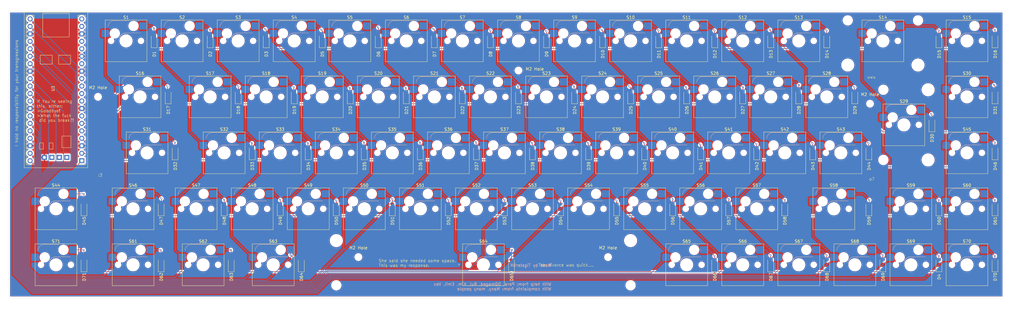
<source format=kicad_pcb>
(kicad_pcb (version 20241229) (generator "pcbnew") (generator_version "9.0")
  (layers (0 "F.Cu" signal) (2 "B.Cu" signal) (13 "F.Paste" user) (15 "B.Paste" user) (5 "F.SilkS" user "F.Silkscreen") (7 "B.SilkS" user "B.Silkscreen") (1 "F.Mask" user) (3 "B.Mask" user) (25 "Edge.Cuts" user))
  (net 0 "")
  (net 1 "Net-(D45-A)")
  (net 2 "Net-(D71-A)")
  (net 3 "/columbA")
  (net 4 "/Row3")
  (net 5 "/Row4")
  (net 6 "GND")
  (net 7 "/Row2")
  (net 9 "Net-(D1-A)")
  (net 10 "/Row0")
  (net 11 "Net-(D2-A)")
  (net 12 "Net-(D3-A)")
  (net 13 "/Row1")
  (net 14 "Net-(D4-A)")
  (net 15 "Net-(D5-A)")
  (net 16 "Net-(D6-A)")
  (net 17 "Net-(D7-A)")
  (net 18 "Net-(D8-A)")
  (net 19 "Net-(D9-A)")
  (net 20 "Net-(D10-A)")
  (net 21 "Net-(D11-A)")
  (net 22 "Net-(D12-A)")
  (net 23 "Net-(D13-A)")
  (net 24 "Net-(D14-A)")
  (net 25 "Net-(D15-A)")
  (net 26 "Net-(D16-A)")
  (net 27 "Net-(D17-A)")
  (net 28 "Net-(D18-A)")
  (net 29 "Net-(D19-A)")
  (net 30 "Net-(D20-A)")
  (net 31 "Net-(D21-A)")
  (net 32 "Net-(D22-A)")
  (net 33 "Net-(D23-A)")
  (net 34 "Net-(D24-A)")
  (net 35 "Net-(D25-A)")
  (net 36 "Net-(D26-A)")
  (net 37 "Net-(D27-A)")
  (net 38 "Net-(D28-A)")
  (net 39 "Net-(D29-A)")
  (net 40 "Net-(D30-A)")
  (net 41 "Net-(D31-A)")
  (net 42 "Net-(D32-A)")
  (net 43 "Net-(D33-A)")
  (net 44 "Net-(D34-A)")
  (net 45 "Net-(D35-A)")
  (net 46 "Net-(D36-A)")
  (net 47 "Net-(D37-A)")
  (net 48 "Net-(D38-A)")
  (net 49 "Net-(D39-A)")
  (net 50 "Net-(D40-A)")
  (net 51 "Net-(D41-A)")
  (net 52 "Net-(D42-A)")
  (net 53 "Net-(D43-A)")
  (net 54 "Net-(D44-A)")
  (net 55 "Net-(D46-A)")
  (net 56 "Net-(D47-A)")
  (net 57 "Net-(D48-A)")
  (net 58 "Net-(D49-A)")
  (net 59 "Net-(D50-A)")
  (net 60 "Net-(D51-A)")
  (net 61 "Net-(D52-A)")
  (net 62 "Net-(D53-A)")
  (net 63 "Net-(D54-A)")
  (net 64 "Net-(D55-A)")
  (net 65 "Net-(D56-A)")
  (net 66 "Net-(D57-A)")
  (net 67 "Net-(D58-A)")
  (net 68 "Net-(D59-A)")
  (net 69 "Net-(D60-A)")
  (net 70 "Net-(D61-A)")
  (net 71 "Net-(D62-A)")
  (net 72 "Net-(D63-A)")
  (net 73 "Net-(D64-A)")
  (net 74 "Net-(D65-A)")
  (net 75 "Net-(D66-A)")
  (net 76 "Net-(D67-A)")
  (net 77 "Net-(D68-A)")
  (net 78 "Net-(D69-A)")
  (net 79 "Net-(D70-A)")
  (net 80 "/colomn0")
  (net 81 "/colomn1")
  (net 82 "/colomn2")
  (net 83 "/colomn3")
  (net 84 "/colomn4")
  (net 85 "/colomn5")
  (net 86 "/colomn6")
  (net 87 "/colomn7")
  (net 88 "/colomn8")
  (net 89 "/colomn9")
  (net 90 "/colomn10")
  (net 91 "/colomn11")
  (net 92 "/colomn12")
  (net 93 "/colomn13")
  (net 94 "/colomn14")
  (footprint "Diode_SMD:D_SOD-123" (layer "F.Cu") (at 88.1118 138.1212 90)
    (property "Reference" "D17")
    (property "Value" "Diode")
  )
  (footprint "Diode_SMD:D_SOD-123" (layer "F.Cu") (at 347.6844 147.6468 90)
    (property "Reference" "D30")
    (property "Value" "Diode")
  )
  (footprint "Diode_SMD:D_SOD-123" (layer "F.Cu") (at 226.233 138.1212 90)
    (property "Reference" "D24")
    (property "Value" "Diode")
  )
  (footprint "Diode_SMD:D_SOD-123" (layer "F.Cu") (at 188.1306 138.1212 90)
    (property "Reference" "D22")
    (property "Value" "Diode")
  )
  (footprint "ScottoKeebs_Hotswap:Hotswap_MX_1.00u" (layer "F.Cu") (at 273.861 138.1212)
    (property "Reference" "S26")
    (property "Value" "Keyswitch")
  )
  (footprint "Diode_SMD:D_SOD-123" (layer "F.Cu") (at 102.4002 119.07 90)
    (property "Reference" "D2")
    (property "Value" "Diode")
  )
  (footprint "MountingHole:MountingHole_2.2mm_M2" (layer "F.Cu") (at 152.781 192.659)
    (property "Reference" "M2 Hole")
    (property "Value" "MountingHole_2.2mm_M2")
  )
  (footprint "ScottoKeebs_Hotswap:Hotswap_MX_1.00u" (layer "F.Cu") (at 197.6562 138.1212)
    (property "Reference" "S22")
    (property "Value" "Keyswitch")
  )
  (footprint "ScottoKeebs_Hotswap:Hotswap_MX_1.00u" (layer "F.Cu") (at 169.0794 119.07)
    (property "Reference" "S6")
    (property "Value" "Keyswitch")
  )
  (footprint "Diode_SMD:D_SOD-123" (layer "F.Cu") (at 164.3166 176.2236 90)
    (property "Reference" "D51")
    (property "Value" "Diode")
  )
  (footprint "ScottoKeebs_Hotswap:Hotswap_MX_1.50u" (layer "F.Cu") (at 50.0094 195.2748)
    (property "Reference" "S71")
    (property "Value" "Keyswitch")
  )
  (footprint "Diode_SMD:D_SOD-123" (layer "F.Cu") (at 259.5726 176.2236 90)
    (property "Reference" "D56")
    (property "Value" "Diode")
  )
  (footprint "Diode_SMD:D_SOD-123" (layer "F.Cu") (at 192.894 157.1724 90)
    (property "Reference" "D37")
    (property "Value" "Diode")
  )
  (footprint "ScottoKeebs_Hotswap:Hotswap_MX_ISOEnter" (layer "F.Cu") (at 338.1588 147.6468)
    (property "Reference" "S29")
    (property "Value" "Keyswitch")
  )
  (footprint "MountingHole:MountingHole_2.2mm_M2" (layer "F.Cu") (at 64.2987 138.1212)
    (property "Reference" "M2 Hole")
    (property "Value" "MountingHole_2.2mm_M2")
  )
  (footprint "Diode_SMD:D_SOD-123" (layer "F.Cu") (at 273.861 195.2748 90)
    (property "Reference" "D66")
    (property "Value" "Diode")
  )
  (footprint "Diode_SMD:D_SOD-123" (layer "F.Cu") (at 145.2654 176.2236 90)
    (property "Reference" "D50")
    (property "Value" "Diode")
  )
  (footprint "Diode_SMD:D_SOD-123" (layer "F.Cu") (at 369.1164 119.07 90)
    (property "Reference" "D16")
    (property "Value" "Diode")
  )
  (footprint "Diode_SMD:D_SOD-123" (layer "F.Cu") (at 109.5444 195.2748 90)
    (property "Reference" "D63")
    (property "Value" "Diode")
  )
  (footprint "ScottoKeebs_Hotswap:Hotswap_MX_1.00u" (layer "F.Cu") (at 283.3866 195.2748)
    (property "Reference" "S66")
    (property "Value" "Keyswitch")
  )
  (footprint "ScottoKeebs_Hotswap:Hotswap_MX_1.00u" (layer "F.Cu") (at 269.0982 176.2236)
    (property "Reference" "S56")
    (property "Value" "Keyswitch")
  )
  (footprint "ScottoKeebs_Hotswap:Hotswap_MX_1.00u" (layer "F.Cu") (at 292.9122 138.1212)
    (property "Reference" "S27")
    (property "Value" "Keyswitch")
  )
  (footprint "ScottoKeebs_Hotswap:Hotswap_MX_1.00u" (layer "F.Cu") (at 178.605 138.1212)
    (property "Reference" "S21")
    (property "Value" "Keyswitch")
  )
  (footprint "ScottoKeebs_Hotswap:Hotswap_MX_1.00u" (layer "F.Cu") (at 254.8098 138.1212)
    (property "Reference" "S25")
    (property "Value" "Keyswitch")
  )
  (footprint "ScottoKeebs_Hotswap:Hotswap_MX_1.00u" (layer "F.Cu") (at 283.3866 119.07)
    (property "Reference" "S12")
    (property "Value" "Keyswitch")
  )
  (footprint "Diode_SMD:D_SOD-123" (layer "F.Cu") (at 269.0988 157.1724 90)
    (property "Reference" "D41")
    (property "Value" "Diode")
  )
  (footprint "Diode_SMD:D_SOD-123" (layer "F.Cu") (at 130.977 138.1212 90)
    (property "Reference" "D19")
    (property "Value" "Diode")
  )
  (footprint "ScottoKeebs_Hotswap:Hotswap_MX_1.00u" (layer "F.Cu") (at 221.4702 157.1724)
    (property "Reference" "S38")
    (property "Value" "Keyswitch")
  )
  (footprint "ScottoKeebs_Hotswap:Hotswap_MX_1.00u" (layer "F.Cu") (at 154.791 176.2236)
    (property "Reference" "S50")
    (property "Value" "Keyswitch")
  )
  (footprint "ScottoKeebs_Hotswap:Hotswap_MX_1.00u" (layer "F.Cu") (at 107.163 157.1724)
    (property "Reference" "S32")
    (property "Value" "Keyswitch")
  )
  (footprint "Diode_SMD:D_SOD-123" (layer "F.Cu") (at 83.3496 119.07 90)
    (property "Reference" "D1")
    (property "Value" "Diode")
  )
  (footprint "Diode_SMD:D_SOD-123" (layer "F.Cu") (at 90.4932 157.1724 90)
    (property "Reference" "D32")
    (property "Value" "Diode")
  )
  (footprint "Diode_SMD:D_SOD-123" (layer "F.Cu") (at 202.419 176.2236 90)
    (property "Reference" "D53")
    (property "Value" "Diode")
  )
  (footprint "Diode_SMD:D_SOD-123" (layer "F.Cu") (at 197.6562 119.07 90)
    (property "Reference" "D8")
    (property "Value" "Diode")
  )
  (footprint "Diode_SMD:D_SOD-123" (layer "F.Cu") (at 369.117 195.2748 90)
    (property "Reference" "D70")
    (property "Value" "Diode")
  )
  (footprint "ScottoKeebs_Hotswap:Hotswap_MX_1.00u" (layer "F.Cu") (at 230.9958 176.2236)
    (property "Reference" "S54")
    (property "Value" "Keyswitch")
  )
  (footprint "ScottoKeebs_Hotswap:Hotswap_MX_1.00u" (layer "F.Cu") (at 192.8934 176.2236)
    (property "Reference" "S52")
    (property "Value" "Keyswitch")
  )
  (footprint "Diode_SMD:D_SOD-123" (layer "F.Cu") (at 207.1818 138.1212 90)
    (property "Reference" "D23")
    (property "Value" "Diode")
  )
  (footprint "ScottoKeebs_Hotswap:Hotswap_MX_6.25u" (layer "F.Cu") (at 195.2748 195.2748)
    (property "Reference" "S64")
    (property "Value" "Keyswitch")
  )
  (footprint "ScottoKeebs_Hotswap:Hotswap_MX_1.00u" (layer "F.Cu") (at 145.2654 157.1724)
    (property "Reference" "S34")
    (property "Value" "Keyswitch")
  )
  (footprint "Diode_SMD:D_SOD-123" (layer "F.Cu") (at 159.5538 119.07 90)
    (property "Reference" "D6")
    (property "Value" "Diode")
  )
  (footprint "ScottoKeebs_Hotswap:Hotswap_MX_1.25u" (layer "F.Cu") (at 100.0188 195.2748)
    (property "Reference" "S62")
    (property "Value" "Keyswitch")
  )
  (footprint "ScottoKeebs_Hotswap:Hotswap_MX_1.25u" (layer "F.Cu") (at 76.2048 195.2748)
    (property "Reference" "S61")
    (property "Value" "Keyswitch")
  )
  (footprint "Diode_SMD:D_SOD-123" (layer "F.Cu") (at 321.489 138.1212 90)
    (property "Reference" "D29")
    (property "Value" "Diode")
  )
  (footprint "ScottoKeebs_Hotswap:Hotswap_MX_1.00u" (layer "F.Cu") (at 235.7586 138.1212)
    (property "Reference" "S24")
    (property "Value" "Keyswitch")
  )
  (footprint "ScottoKeebs_Hotswap:Hotswap_MX_1.00u" (layer "F.Cu") (at 259.5726 157.1724)
    (property "Reference" "S40")
    (property "Value" "Keyswitch")
  )
  (footprint "Diode_SMD:D_SOD-123" (layer "F.Cu") (at 133.3584 195.2748 90)
    (property "Reference" "D64")
    (property "Value" "Diode")
  )
  (footprint "Diode_SMD:D_SOD-123" (layer "F.Cu") (at 311.9634 119.07 90)
    (property "Reference" "D14")
    (property "Value" "Diode")
  )
  (footprint "Diode_SMD:D_SOD-123" (layer "F.Cu") (at 302.4378 138.1212 90)
    (property "Reference" "D28")
    (property "Value" "Diode")
  )
  (footprint "ScottoKeebs_Hotswap:Hotswap_MX_1.00u" (layer "F.Cu") (at 278.6238 157.1724)
    (property "Reference" "S41")
    (property "Value" "Keyswitch")
  )
  (footprint "ScottoKeebs_Hotswap:Hotswap_MX_1.00u" (layer "F.Cu") (at 359.5914 195.2748)
    (property "Reference" "S70")
    (property "Value" "Keyswitch")
  )
  (footprint "Diode_SMD:D_SOD-123" (layer "F.Cu") (at 311.9634 195.2748 90)
    (property "Reference" "D68")
    (property "Value" "Diode")
  )
  (footprint "ScottoKeebs_Hotswap:Hotswap_MX_1.25u" (layer "F.Cu") (at 76.2048 176.2236)
    (property "Reference" "S46")
    (property "Value" "Keyswitch")
  )
  (footprint "Diode_SMD:D_SOD-123" (layer "F.Cu") (at 250.0464 157.1724 90)
    (property "Reference" "D40")
    (property "Value" "Diode")
  )
  (footprint "Diode_SMD:D_SOD-123" (layer "F.Cu") (at 204.8004 195.2748 90)
    (property "Reference" "D65")
    (property "Value" "Diode")
  )
  (footprint "Diode_SMD:D_SOD-123" (layer "F.Cu") (at 326.2518 176.2236 90)
    (property "Reference" "D59")
    (property "Value" "Diode")
  )
  (footprint "ScottoKeebs_Hotswap:Hotswap_MX_1.00u" (layer "F.Cu") (at 202.419 157.1724)
    (property "Reference" "S37")
    (property "Value" "Keyswitch")
  )
  (footprint "Diode_SMD:D_SOD-123" (layer "F.Cu") (at 273.861 119.07 90)
    (property "Reference" "D12")
    (property "Value" "Diode")
  )
  (footprint "ScottoKeebs_Hotswap:Hotswap_MX_1.50u" (layer "F.Cu") (at 78.5862 138.1212)
    (property "Reference" "S16")
    (property "Value" "Keyswitch")
  )
  (footprint "Diode_SMD:D_SOD-123" (layer "F.Cu") (at 169.0794 138.1212 90)
    (property "Reference" "D21")
    (property "Value" "Diode")
  )
  (footprint "ScottoKeebs_Stabilizer:Stabilizer_MX_2.00u" (layer "F.Cu") (at 338.1588 147.6468 90)
    (property "Reference" "REF**" (hide yes))
    (property "Value" "Stabilizer_MX_2.00u")
  )
  (footprint "Diode_SMD:D_SOD-123" (layer "F.Cu") (at 331.0146 195.2748 90)
    (property "Reference" "D69")
    (property "Value" "Diode")
  )
  (footprint "ScottoKeebs_Hotswap:Hotswap_MX_1.75u" (layer "F.Cu") (at 314.3448 176.2236)
    (property "Reference" "S58")
    (property "Value" "Keyswitch")
  )
  (footprint "Diode_SMD:D_SOD-123" (layer "F.Cu") (at 326.25255 157.1718 90)
    (property "Reference" "D44")
    (property "Value" "Diode")
  )
  (footprint "ScottoKeebs_Hotswap:Hotswap_MX_1.00u" (layer "F.Cu") (at 188.1306 119.07)
    (property "Reference" "S7")
    (property "Value" "Keyswitch")
  )
  (footprint "Diode_SMD:D_SOD-123" (layer "F.Cu") (at 111.9258 138.1212 90)
    (property "Reference" "D18")
    (property "Value" "Diode")
  )
  (footprint "ScottoKeebs_Hotswap:Hotswap_MX_1.00u" (layer "F.Cu") (at 245.2842 119.07)
    (property "Reference" "S10")
    (property "Value" "Keyswitch")
  )
  (footprint "Diode_SMD:D_SOD-123" (layer "F.Cu") (at 297.675 176.2236 90)
    (property "Reference" "D58")
    (property "Value" "Diode")
  )
  (footprint "ScottoKeebs_Hotswap:Hotswap_MX_1.00u" (layer "F.Cu") (at 297.675 157.1724)
    (property "Reference" "S42")
    (property "Value" "Keyswitch")
  )
  (footprint "ScottoKeebs_Hotswap:Hotswap_MX_1.00u" (layer "F.Cu") (at 302.4378 195.2748)
    (property "Reference" "S67")
    (property "Value" "Keyswitch")
  )
  (footprint "MountingHole:MountingHole_2.2mm_M2" (layer "F.Cu") (at 326.644 140.462)
    (property "Reference" "M2 Hole")
    (property "Value" "MountingHole_2.2mm_M2")
  )
  (footprint "ScottoKeebs_Hotswap:Hotswap_MX_1.00u" (layer "F.Cu") (at 264.3354 119.07)
    (property "Reference" "S11")
    (property "Value" "Keyswitch")
  )
  (footprint "ScottoKeebs_Hotswap:Hotswap_MX_1.00u" (layer "F.Cu") (at 183.3678 157.1724)
    (property "Reference" "S36")
    (property "Value" "Keyswitch")
  )
  (footprint "Diode_SMD:D_SOD-123" (layer "F.Cu") (at 107.163 176.2236 90)
    (property "Reference" "D48")
    (property "Value" "Diode")
  )
  (footprint "ScottoKeebs_Hotswap:Hotswap_MX_1.00u" (layer "F.Cu") (at 111.9258 119.07)
    (property "Reference" "S3")
    (property "Value" "Keyswitch")
  )
  (footprint "ScottoKeebs_Hotswap:Hotswap_MX_1.00u" (layer "F.Cu") (at 359.5914 138.1212)
    (property "Reference" "S30")
    (property "Value" "Keyswitch")
  )
  (footprint "ScottoKeebs_Hotswap:Hotswap_MX_1.00u" (layer "F.Cu") (at 159.5538 138.1212)
    (property "Reference" "S20")
    (property "Value" "Keyswitch")
  )
  (footprint "Diode_SMD:D_SOD-123" (layer "F.Cu") (at 278.6238 176.2236 90)
    (property "Reference" "D57")
    (property "Value" "Diode")
  )
  (footprint "Diode_SMD:D_SOD-123" (layer "F.Cu") (at 216.7074 119.07 90)
    (property "Reference" "D9")
    (property "Value" "Diode")
  )
  (footprint "Diode_SMD:D_SOD-123" (layer "F.Cu") (at 150.0282 138.1212 90)
    (property "Reference" "D20")
    (property "Value" "Diode")
  )
  (footprint "ScottoKeebs_Hotswap:Hotswap_MX_1.00u" (layer "F.Cu") (at 130.977 119.07)
    (property "Reference" "S4")
    (property "Value" "Keyswitch")
  )
  (footprint "Diode_SMD:D_SOD-123" (layer "F.Cu") (at 307.2012 157.1724 90)
    (property "Reference" "D43")
    (property "Value" "Diode")
  )
  (footprint "ScottoKeebs_Hotswap:Hotswap_MX_1.00u" (layer "F.Cu") (at 73.8234 119.07)
    (property "Reference" "S1")
    (property "Value" "Keyswitch")
  )
  (footprint "Diode_SMD:D_SOD-123" (layer "F.Cu") (at 292.9122 119.07 90)
    (property "Reference" "D13")
    (property "Value" "Diode")
  )
  (footprint "ScottoKeebs_Hotswap:Hotswap_MX_1.00u" (layer "F.Cu") (at 116.6886 176.2236)
    (property "Reference" "S48")
    (property "Value" "Keyswitch")
  )
  (footprint "ScottoKeebs_Hotswap:Hotswap_MX_1.00u" (layer "F.Cu") (at 264.3354 195.2748)
    (property "Reference" "S65")
    (property "Value" "Keyswitch")
  )
  (footprint "Diode_SMD:D_SOD-123" (layer "F.Cu") (at 283.3866 138.1212 90)
    (property "Reference" "D27")
    (property "Value" "Diode")
  )
  (footprint "Diode_SMD:D_SOD-123" (layer "F.Cu") (at 211.9452 157.1724 90)
    (property "Reference" "D38")
    (property "Value" "Diode")
  )
  (footprint "Diode_SMD:D_SOD-123" (layer "F.Cu") (at 369.117 138.1212 90)
    (property "Reference" "D31")
    (property "Value" "Diode")
  )
  (footprint "ScottoKeebs_Hotswap:Hotswap_MX_1.00u" (layer "F.Cu") (at 92.8746 119.07)
    (property "Reference" "S2")
    (property "Value" "Keyswitch")
  )
  (footprint "ScottoKeebs_Hotswap:Hotswap_MX_1.00u" (layer "F.Cu") (at 359.5914 119.07)
    (property "Reference" "S15")
    (property "Value" "Keyswitch")
  )
  (footprint "Diode_SMD:D_SOD-123" (layer "F.Cu") (at 221.4702 176.2236 90)
    (property "Reference" "D54")
    (property "Value" "Diode")
  )
  (footprint "Diode_SMD:D_SOD-123" (layer "F.Cu") (at 369.117 157.1724 90)
    (property "Reference" "D46")
    (property "Value" "Diode")
  )
  (footprint "ScottoKeebs_Hotswap:Hotswap_MX_1.00u" (layer "F.Cu") (at 359.5914 176.2236)
    (property "Reference" "S60")
    (property "Value" "Keyswitch")
  )
  (footprint "Diode_SMD:D_SOD-123" (layer "F.Cu") (at 292.9122 195.2748 90)
    (property "Reference" "D67")
    (property "Value" "Diode")
  )
  (footprint "ScottoKeebs_Hotswap:Hotswap_MX_1.00u" (layer "F.Cu") (at 340.5402 195.2748)
    (property "Reference" "S69")
    (property "Value" "Keyswitch")
  )
  (footprint "Diode_SMD:D_SOD-123" (layer "F.Cu") (at 264.336 138.1212 90)
    (property "Reference" "D26")
    (property "Value" "Diode")
  )
  (footprint "Diode_SMD:D_SOD-123" (layer "F.Cu") (at 121.4508 119.07 90)
    (property "Reference" "D3")
    (property "Value" "Diode")
  )
  (footprint "ScottoKeebs_Hotswap:Hotswap_MX_1.00u" (layer "F.Cu") (at 121.4514 138.1212)
    (property "Reference" "S18")
    (property "Value" "Keyswitch")
  )
  (footprint "Diode_SMD:D_SOD-123" (layer "F.Cu") (at 369.117 176.2236 90)
    (property "Reference" "D61")
    (property "Value" "Diode")
  )
  (footprint "ScottoKeebs_Hotswap:Hotswap_MX_1.00u" (layer "F.Cu") (at 316.7262 157.1724)
    (property "Reference" "S43")
    (property "Value" "Keyswitch")
  )
  (footprint "Diode_SMD:D_SOD-123" (layer "F.Cu") (at 183.3678 176.2236 90)
    (property "Reference" "D52")
    (property "Value" "Diode")
  )
  (footprint "ScottoKeebs_Hotswap:Hotswap_MX_1.00u" (layer "F.Cu") (at 135.7398 176.2236)
    (property "Reference" "S49")
    (property "Value" "Keyswitch")
  )
  (footprint "Diode_SMD:D_SOD-123" (layer "F.Cu") (at 126.2142 176.2236 90)
    (property "Reference" "D49")
    (property "Value" "Diode")
  )
  (footprint "Diode_SMD:D_SOD-123" (layer "F.Cu") (at 350.0652 195.2748 90)
    (property "Reference" "D4")
    (property "Value" "Diode")
  )
  (footprint "ScottoKeebs_Hotswap:Hotswap_MX_1.75u" (layer "F.Cu") (at 80.9676 157.1724)
    (property "Reference" "S31")
    (property "Value" "Keyswitch")
  )
  (footprint "MountingHole:MountingHole_2.2mm_M2" (layer "F.Cu") (at 207.1812 129.159)
    (property "Reference" "M2 Hole")
    (property "Value" "MountingHole_2.2mm_M2")
  )
  (footprint "Diode_SMD:D_SOD-123" (layer "F.Cu") (at 59.5344 176.2236 90)
    (property "Reference" "D45")
    (property "Value" "Diode")
  )
  (footprint "ScottoKeebs_Hotswap:Hotswap_MX_1.00u" (layer "F.Cu") (at 102.4002 138.1212)
    (property "Reference" "S17")
    (property "Value" "Keyswitch")
  )
  (footprint "Diode_SMD:D_SOD-123" (layer "F.Cu") (at 173.8428 157.1724 90)
    (property "Reference" "D36")
    (property "Value" "Diode")
  )
  (footprint "ScottoKeebs_Hotswap:Hotswap_MX_1.00u" (layer "F.Cu") (at 216.7074 138.1212)
    (property "Reference" "S23")
    (property "Value" "Keyswitch")
  )
  (footprint "Diode_SMD:D_SOD-123" (layer "F.Cu") (at 254.8098 119.07 90)
    (property "Reference" "D11")
    (property "Value" "Diode")
  )
  (footprint "ScottoKeebs_Hotswap:Hotswap_MX_2.00u" (layer "F.Cu") (at 331.0146 119.07)
    (property "Reference" "S14")
    (property "Value" "Keyswitch")
  )
  (footprint "ScottoKeebs_Hotswap:Hotswap_MX_1.00u" (layer "F.Cu") (at 211.9446 176.2236)
    (property "Reference" "S53")
    (property "Value" "Keyswitch")
  )
  (footprint "ScottoKeebs_Hotswap:Hotswap_MX_1.00u" (layer "F.Cu") (at 321.489 195.2748)
    (property "Reference" "S68")
    (property "Value" "Keyswitch")
  )
  (footprint "ScottoKeebs_Hotswap:Hotswap_MX_1.00u" (layer "F.Cu") (at 302.4378 119.07)
    (property "Reference" "S13")
    (property "Value" "Keyswitch")
  )
  (footprint "ScottoKeebs_Hotswap:Hotswap_MX_1.00u" (layer "F.Cu") (at 226.233 119.07)
    (property "Reference" "S9")
    (property "Value" "Keyswitch")
  )
  (footprint "Diode_SMD:D_SOD-123" (layer "F.Cu") (at 235.7586 119.07 90)
    (property "Reference" "D10")
    (property "Value" "Diode")
  )
  (footprint "ScottoKeebs_Hotswap:Hotswap_MX_1.00u" (layer "F.Cu") (at 250.047 176.2236)
    (property "Reference" "S55")
    (property "Value" "Keyswitch")
  )
  (footprint "ScottoKeebs_Hotswap:Hotswap_MX_1.00u" (layer "F.Cu") (at 359.5914 157.1724)
    (property "Reference" "S45")
    (property "Value" "Keyswitch")
  )
  (footprint "ScottoKeebs_Hotswap:Hotswap_MX_1.50u" (layer "F.Cu") (at 50.0094 176.2236)
    (property "Reference" "S44")
    (property "Value" "Keyswitch")
  )
  (footprint "Diode_SMD:D_SOD-123" (layer "F.Cu") (at 116.6892 157.1724 90)
    (property "Reference" "D33")
    (property "Value" "Diode")
  )
  (footprint "ScottoKeebs_Hotswap:Hotswap_MX_1.00u" (layer "F.Cu") (at 173.8422 176.2236)
    (property "Reference" "S51")
    (property "Value" "Keyswitch")
  )
  (footprint "Diode_SMD:D_SOD-123" (layer "F.Cu") (at 350.0646 119.07 90)
    (property "Reference" "D15")
    (property "Value" "Diode")
  )
  (footprint "Diode_SMD:D_SOD-123" (layer "F.Cu") (at 240.5214 176.2236 90)
    (property "Reference" "D55")
    (property "Value" "Diode")
  )
  (footprint "Diode_SMD:D_SOD-123" (layer "F.Cu") (at 154.7916 157.1724 90)
    (property "Reference" "D35")
    (property "Value" "Diode")
  )
  (footprint "ScottoKeebs_Hotswap:Hotswap_MX_1.00u" (layer "F.Cu") (at 126.2142 157.1724)
    (property "Reference" "S33")
    (property "Value" "Keyswitch")
  )
  (footprint "Diode_SMD:D_SOD-123" (layer "F.Cu") (at 288.15 157.1724 90)
    (property "Reference" "D42")
    (property "Value" "Diode")
  )
  (footprint "MountingHole:MountingHole_2.2mm_M2" (layer "F.Cu") (at 237.617 192.659)
    (property "Reference" "M2 Hole")
    (property "Value" "MountingHole_2.2mm_M2")
  )
  (footprint "Diode_SMD:D_SOD-123" (layer "F.Cu") (at 140.5026 119.07 90)
    (property "Reference" "D5")
    (property "Value" "Diode")
  )
  (footprint "ScottoKeebs_Hotswap:Hotswap_MX_1.00u" (layer "F.Cu") (at 240.5214 157.1724)
    (property "Reference" "S39")
    (property "Value" "Keyswitch")
  )
  (footprint "ScottoKeebs_Hotswap:Hotswap_MX_1.25u" (layer "F.Cu") (at 123.8328 195.2748)
    (property "Reference" "S63")
    (property "Value" "Keyswitch")
  )
  (footprint "ScottoKeebs_Hotswap:Hotswap_MX_1.00u" (layer "F.Cu") (at 97.6374 176.2236)
    (property "Reference" "S47")
    (property "Value" "Keyswitch")
  )
  (footprint "ScottoKeebs_Hotswap:Hotswap_MX_1.00u" (layer "F.Cu") (at 288.1494 176.2236)
    (property "Reference" "S57")
    (property "Value" "Keyswitch")
  )
  (footprint "ScottoKeebs_Hotswap:Hotswap_MX_1.00u" (layer "F.Cu") (at 149.8696 119.07)
    (property "Reference" "S5")
    (property "Value" "Keyswitch")
  )
  (footprint "Diode_SMD:D_SOD-123" (layer "F.Cu") (at 85.7298 176.2236 90)
    (property "Reference" "D47")
    (property "Value" "Diode")
  )
  (footprint "ScottoKeebs_Hotswap:Hotswap_MX_1.00u" (layer "F.Cu") (at 340.5402 176.2236)
    (property "Reference" "S59")
    (property "Value" "Keyswitch")
  )
  (footprint "Diode_SMD:D_SOD-123" (layer "F.Cu") (at 245.2836 138.1212 90)
    (property "Reference" "D25")
    (property "Value" "Diode")
  )
  (footprint "ScottoKeebs_Stabilizer:Stabilizer_MX_6.25u" (layer "F.Cu") (at 195.2748 195.2748 180)
    (property "Reference" "REF**" (hide yes))
    (property "Value" "Stabilizer_MX_6.25u")
  )
  (footprint "Diode_SMD:D_SOD-123" (layer "F.Cu") (at 230.9964 157.1724 90)
    (property "Reference" "D39")
    (property "Value" "Diode")
  )
  (footprint "Diode_SMD:D_SOD-123" (layer "F.Cu") (at 85.7304 195.2748 90)
    (property "Reference" "D62")
    (property "Value" "Diode")
  )
  (footprint "Diode_SMD:D_SOD-123" (layer "F.Cu") (at 178.605 119.07 90)
    (property "Reference" "D7")
    (property "Value" "Diode")
  )
  (footprint "Diode_SMD:D_SOD-123" (layer "F.Cu") (at 135.7392 157.1724 90)
    (property "Reference" "D34")
    (property "Value" "Diode")
  )
  (footprint "Diode_SMD:D_SOD-123" (layer "F.Cu") (at 350.0664 176.2236 90)
    (property "Reference" "D60")
    (property "Value" "Diode")
  )
  (footprint "ScottoKeebs_Hotswap:Hotswap_MX_1.00u" (layer "F.Cu") (at 311.9634 138.1212)
    (property "Reference" "S28")
    (property "Value" "Keyswitch")
  )
  (footprint "Diode_SMD:D_SOD-123" (layer "F.Cu") (at 59.5344 195.2748 90)
    (property "Reference" "D71")
    (property "Value" "Diode")
  )
  (footprint "ScottoKeebs_Hotswap:Hotswap_MX_1.00u" (layer "F.Cu") (at 164.3166 157.1724)
    (property "Reference" "S35")
    (property "Value" "Keyswitch")
  )
  (footprint "ScottoKeebs_Hotswap:Hotswap_MX_1.00u" (layer "F.Cu") (at 207.1818 119.07)
    (property "Reference" "S8")
    (property "Value" "Keyswitch")
  )
  (footprint "ScottoKeebs_Stabilizer:Stabilizer_MX_2.00u" (layer "F.Cu") (at 331.0146 119.07)
    (property "Reference" "REF**" (hide yes))
    (property "Value" "Stabilizer_MX_2.00u")
  )
  (footprint "ScottoKeebs_Hotswap:Hotswap_MX_1.00u" (layer "F.Cu") (at 140.5026 138.1212)
    (property "Reference" "S19")
    (property "Value" "Keyswitch")
  )
  (footprint "WeAct-RP2040-Pico:WeAct-RP2040-Pico" (layer "F.Cu") (at 50.0094 135.7398)
    (property "Reference" "U1")
    (property "Value" "WeAct-RP2040-Pico")
  )
  (gr_rect (start 33.943 108.9382) (end 372.1464 206.5152) (stroke (width 0.05)) (fill no) (layer "Edge.Cuts"))
  (gr_text "uwu" (at 325.628 131.953 0) (layer "F.SilkS") (effects (font (size 1 1) (thickness 0.1)) (justify left bottom)))
  (gr_text "She said she needed some space.\nThis was my response." (at 159.639 196.088 0) (layer "F.SilkS") (effects (font (size 1 1) (thickness 0.1)) (justify left bottom)))
  (gr_text "I hold no responsibility for your transgressions" (at 37.211 155.067 90) (layer "F.SilkS") (effects (font (size 1 1) (thickness 0.1)) (justify left bottom)))
  (gr_text ":3" (at 64.262 165.354 0) (layer "F.SilkS") (effects (font (size 1 1) (thickness 0.1)) (justify left bottom)))
  (gr_text "The divorce was quick...." (at 213.868 195.961 0) (layer "F.SilkS") (effects (font (size 1 1) (thickness 0.1)) (justify left bottom)))
  (gr_text "o7" (at 326.25255 166.6968 0) (layer "F.SilkS") (effects (font (size 1 1) (thickness 0.1)) (justify left bottom)))
  (gr_text "If You're seeing \nthis, either:\n>Goodbye!\n>What the fuck \n did you break?!" (at 43.434 146.685 0) (layer "F.SilkS") (effects (font (size 1 1) (thickness 0.1)) (justify left bottom)))
  (gr_text "Made by TigsterUK\n\n\n\nWith help from: Pera, DQmaged, Rui, Kim, Emil, Vex\nWith complaints from: Many, many people" (at 218.44 204.089 0) (layer "B.SilkS") (effects (font (size 1 1)) (justify left bottom mirror)))
  (segment (start 59.436 171.196) (end 59.5344 171.2944) (width 0.2) (layer "F.Cu") (net 1))
  (segment (start 59.5344 171.2944) (end 59.5344 174.5736) (width 0.2) (layer "F.Cu") (net 1))
  (via (at 59.436 171.196) (size 0.6) (drill 0.3) (layers "F.Cu" "B.Cu") (net 1))
  (segment (start 59.3836 171.1436) (end 59.436 171.196) (width 0.2) (layer "B.Cu") (net 1))
  (segment (start 55.8514 171.1436) (end 59.3836 171.1436) (width 0.2) (layer "B.Cu") (net 1))
  (segment (start 59.436 190.246) (end 59.5344 190.3444) (width 0.2) (layer "F.Cu") (net 2))
  (segment (start 59.5344 190.3444) (end 59.5344 193.6248) (width 0.2) (layer "F.Cu") (net 2))
  (via (at 59.436 190.246) (size 0.6) (drill 0.3) (layers "F.Cu" "B.Cu") (net 2))
  (segment (start 59.3848 190.1948) (end 59.436 190.246) (width 0.2) (layer "B.Cu") (net 2))
  (segment (start 55.8514 190.1948) (end 59.3848 190.1948) (width 0.2) (layer "B.Cu") (net 2))
  (segment (start 55.1665 162.553) (end 57.083 160.6365) (width 0.2) (layer "B.Cu") (net 3))
  (segment (start 57.083 160.6365) (end 57.083 127.441) (width 0.2) (layer "B.Cu") (net 3))
  (segment (start 51.3741 162.553) (end 55.1665 162.553) (width 0.2) (layer "B.Cu") (net 3))
  (segment (start 42.9244 171.0027) (end 51.3741 162.553) (width 0.2) (layer "B.Cu") (net 3))
  (segment (start 41.2398 111.5978) (end 41.2194 111.5978) (width 0.2) (layer "B.Cu") (net 3))
  (segment (start 42.9244 173.6836) (end 42.9244 171.0027) (width 0.2) (layer "B.Cu") (net 3))
  (segment (start 57.083 127.441) (end 41.2398 111.5978) (width 0.2) (layer "B.Cu") (net 3))
  (segment (start 42.9244 192.7348) (end 42.9244 173.6836) (width 0.2) (layer "B.Cu") (net 3))
  (segment (start 60.198 157.734) (end 59.7818 157.3178) (width 0.2) (layer "F.Cu") (net 4))
  (segment (start 220.7692 178.5746) (end 221.4702 177.8736) (width 0.2) (layer "F.Cu") (net 4))
  (segment (start 277.9228 178.5746) (end 278.6238 177.8736) (width 0.2) (layer "F.Cu") (net 4))
  (segment (start 144.5644 178.5746) (end 145.2654 177.8736) (width 0.2) (layer "F.Cu") (net 4))
  (segment (start 86.4308 178.5746) (end 106.462 178.5746) (width 0.2) (layer "F.Cu") (net 4))
  (segment (start 183.3678 177.8736) (end 184.0688 178.5746) (width 0.2) (layer "F.Cu") (net 4))
  (segment (start 259.5726 177.8736) (end 260.2736 178.5746) (width 0.2) (layer "F.Cu") (net 4))
  (segment (start 203.12 178.5746) (end 220.7692 178.5746) (width 0.2) (layer "F.Cu") (net 4))
  (segment (start 126.2142 177.8736) (end 126.9152 178.5746) (width 0.2) (layer "F.Cu") (net 4))
  (segment (start 184.0688 178.5746) (end 201.718 178.5746) (width 0.2) (layer "F.Cu") (net 4))
  (segment (start 240.5214 177.8736) (end 241.2224 178.5746) (width 0.2) (layer "F.Cu") (net 4))
  (segment (start 350.0664 177.8736) (end 350.7674 178.5746) (width 0.2) (layer "F.Cu") (net 4))
  (segment (start 145.2654 177.8736) (end 145.9664 178.5746) (width 0.2) (layer "F.Cu") (net 4))
  (segment (start 59.0016 177.8736) (end 58.059 176.931) (width 0.2) (layer "F.Cu") (net 4))
  (segment (start 58.059 176.931) (end 58.059 162.921) (width 0.2) (layer "F.Cu") (net 4))
  (segment (start 350.7674 178.5746) (end 368.416 178.5746) (width 0.2) (layer "F.Cu") (net 4))
  (segment (start 260.2736 178.5746) (end 277.9228 178.5746) (width 0.2) (layer "F.Cu") (net 4))
  (segment (start 325.5204 178.605) (end 326.2518 177.8736) (width 0.2) (layer "F.Cu") (net 4))
  (segment (start 125.5132 178.5746) (end 126.2142 177.8736) (width 0.2) (layer "F.Cu") (net 4))
  (segment (start 59.5344 177.8736) (end 59.0016 177.8736) (width 0.2) (layer "F.Cu") (net 4))
  (segment (start 85.7298 177.8736) (end 86.4308 178.5746) (width 0.2) (layer "F.Cu") (net 4))
  (segment (start 59.7818 157.3178) (end 58.7834 157.3178) (width 0.2) (layer "F.Cu") (net 4))
  (segment (start 222.1712 178.5746) (end 239.8204 178.5746) (width 0.2) (layer "F.Cu") (net 4))
  (segment (start 201.718 178.5746) (end 202.419 177.8736) (width 0.2) (layer "F.Cu") (net 4))
  (segment (start 326.2518 177.8736) (end 326.9528 178.5746) (width 0.2) (layer "F.Cu") (net 4))
  (segment (start 202.419 177.8736) (end 203.12 178.5746) (width 0.2) (layer "F.Cu") (net 4))
  (segment (start 106.462 178.5746) (end 107.163 177.8736) (width 0.2) (layer "F.Cu") (net 4))
  (segment (start 107.163 177.8736) (end 107.864 178.5746) (width 0.2) (layer "F.Cu") (net 4))
  (segment (start 258.8716 178.5746) (end 259.5726 177.8736) (width 0.2) (layer "F.Cu") (net 4))
  (segment (start 126.9152 178.5746) (end 144.5644 178.5746) (width 0.2) (layer "F.Cu") (net 4))
  (segment (start 326.9528 178.5746) (end 349.3654 178.5746) (width 0.2) (layer "F.Cu") (net 4))
  (segment (start 163.6156 178.5746) (end 164.3166 177.8736) (width 0.2) (layer "F.Cu") (net 4))
  (segment (start 221.4702 177.8736) (end 222.1712 178.5746) (width 0.2) (layer "F.Cu") (net 4))
  (segment (start 165.0176 178.5746) (end 182.6668 178.5746) (width 0.2) (layer "F.Cu") (net 4))
  (segment (start 145.9664 178.5746) (end 163.6156 178.5746) (width 0.2) (layer "F.Cu") (net 4))
  (segment (start 59.5344 177.8736) (end 60.2354 178.5746) (width 0.2) (layer "F.Cu") (net 4))
  (segment (start 107.864 178.5746) (end 125.5132 178.5746) (width 0.2) (layer "F.Cu") (net 4))
  (segment (start 164.3166 177.8736) (end 165.0176 178.5746) (width 0.2) (layer "F.Cu") (net 4))
  (segment (start 85.0288 178.5746) (end 85.7298 177.8736) (width 0.2) (layer "F.Cu") (net 4))
  (segment (start 296.974 178.5746) (end 297.675 177.8736) (width 0.2) (layer "F.Cu") (net 4))
  (segment (start 278.6238 177.8736) (end 279.3248 178.5746) (width 0.2) (layer "F.Cu") (net 4))
  (segment (start 297.675 177.8736) (end 298.4064 178.605) (width 0.2) (layer "F.Cu") (net 4))
  (segment (start 298.4064 178.605) (end 325.5204 178.605) (width 0.2) (layer "F.Cu") (net 4))
  (segment (start 239.8204 178.5746) (end 240.5214 177.8736) (width 0.2) (layer "F.Cu") (net 4))
  (segment (start 241.2224 178.5746) (end 258.8716 178.5746) (width 0.2) (layer "F.Cu") (net 4))
  (segment (start 60.2354 178.5746) (end 85.0288 178.5746) (width 0.2) (layer "F.Cu") (net 4))
  (segment (start 182.6668 178.5746) (end 183.3678 177.8736) (width 0.2) (layer "F.Cu") (net 4))
  (segment (start 368.416 178.5746) (end 369.117 177.8736) (width 0.2) (layer "F.Cu") (net 4))
  (segment (start 279.3248 178.5746) (end 296.974 178.5746) (width 0.2) (layer "F.Cu") (net 4))
  (segment (start 60.198 160.782) (end 60.198 157.734) (width 0.2) (layer "F.Cu") (net 4))
  (segment (start 58.059 162.921) (end 60.198 160.782) (width 0.2) (layer "F.Cu") (net 4))
  (segment (start 349.3654 178.5746) (end 350.0664 177.8736) (width 0.2) (layer "F.Cu") (net 4))
  (segment (start 349.3642 197.6258) (end 350.0652 196.9248) (width 0.2) (layer "F.Cu") (net 5))
  (segment (start 108.8434 197.6258) (end 109.5444 196.9248) (width 0.2) (layer "F.Cu") (net 5))
  (segment (start 58.8472 197.612) (end 58.166 197.612) (width 0.2) (layer "F.Cu") (net 5))
  (segment (start 292.9122 196.9248) (end 293.6132 197.6258) (width 0.2) (layer "F.Cu") (net 5))
  (segment (start 311.2624 197.6258) (end 311.9634 196.9248) (width 0.2) (layer "F.Cu") (net 5))
  (segment (start 330.3136 197.6258) (end 331.0146 196.9248) (width 0.2) (layer "F.Cu") (net 5))
  (segment (start 58.166 197.612) (end 57.658 197.104) (width 0.2) (layer "F.Cu") (net 5))
  (segment (start 134.0594 197.6258) (end 204.0994 197.6258) (width 0.2) (layer "F.Cu") (net 5))
  (segment (start 60.2354 197.6258) (end 85.0294 197.6258) (width 0.2) (layer "F.Cu") (net 5))
  (segment (start 312.6644 197.6258) (end 330.3136 197.6258) (width 0.2) (layer "F.Cu") (net 5))
  (segment (start 368.416 197.6258) (end 369.117 196.9248) (width 0.2) (layer "F.Cu") (net 5))
  (segment (start 204.8004 196.9248) (end 205.5318 197.6562) (width 0.2) (layer "F.Cu") (net 5))
  (segment (start 292.2112 197.6258) (end 292.9122 196.9248) (width 0.2) (layer "F.Cu") (net 5))
  (segment (start 109.5444 196.9248) (end 110.2454 197.6258) (width 0.2) (layer "F.Cu") (net 5))
  (segment (start 57.658 160.9832) (end 58.7834 159.8578) (width 0.2) (layer "F.Cu") (net 5))
  (segment (start 274.562 197.6258) (end 292.2112 197.6258) (width 0.2) (layer "F.Cu") (net 5))
  (segment (start 59.5344 196.9248) (end 58.8472 197.612) (width 0.2) (layer "F.Cu") (net 5))
  (segment (start 59.5344 196.9248) (end 60.2354 197.6258) (width 0.2) (layer "F.Cu") (net 5))
  (segment (start 311.9634 196.9248) (end 312.6644 197.6258) (width 0.2) (layer "F.Cu") (net 5))
  (segment (start 331.7156 197.6258) (end 349.3642 197.6258) (width 0.2) (layer "F.Cu") (net 5))
  (segment (start 132.6574 197.6258) (end 133.3584 196.9248) (width 0.2) (layer "F.Cu") (net 5))
  (segment (start 57.658 197.104) (end 57.658 160.9832) (width 0.2) (layer "F.Cu") (net 5))
  (segment (start 350.0652 196.9248) (end 350.7662 197.6258) (width 0.2) (layer "F.Cu") (net 5))
  (segment (start 293.6132 197.6258) (end 311.2624 197.6258) (width 0.2) (layer "F.Cu") (net 5))
  (segment (start 110.2454 197.6258) (end 132.6574 197.6258) (width 0.2) (layer "F.Cu") (net 5))
  (segment (start 133.3584 196.9248) (end 134.0594 197.6258) (width 0.2) (layer "F.Cu") (net 5))
  (segment (start 85.0294 197.6258) (end 85.7304 196.9248) (width 0.2) (layer "F.Cu") (net 5))
  (segment (start 350.7662 197.6258) (end 368.416 197.6258) (width 0.2) (layer "F.Cu") (net 5))
  (segment (start 273.861 196.9248) (end 274.562 197.6258) (width 0.2) (layer "F.Cu") (net 5))
  (segment (start 85.7304 196.9248) (end 86.4314 197.6258) (width 0.2) (layer "F.Cu") (net 5))
  (segment (start 273.1296 197.6562) (end 273.861 196.9248) (width 0.2) (layer "F.Cu") (net 5))
  (segment (start 205.5318 197.6562) (end 273.1296 197.6562) (width 0.2) (layer "F.Cu") (net 5))
  (segment (start 204.0994 197.6258) (end 204.8004 196.9248) (width 0.2) (layer "F.Cu") (net 5))
  (segment (start 331.0146 196.9248) (end 331.7156 197.6258) (width 0.2) (layer "F.Cu") (net 5))
  (segment (start 86.4314 197.6258) (end 108.8434 197.6258) (width 0.2) (layer "F.Cu") (net 5))
  (via (at 186.944 195.199) (size 0.6) (drill 0.3) (layers "F.Cu" "B.Cu") (net 6))
  (segment (start 249.3454 159.5234) (end 250.0464 158.8224) (width 0.2) (layer "F.Cu") (net 7))
  (segment (start 307.9326 159.5538) (end 325.52055 159.5538) (width 0.2) (layer "F.Cu") (net 7))
  (segment (start 66.3116 159.766) (end 58.7834 152.2378) (width 0.2) (layer "F.Cu") (net 7))
  (segment (start 174.5438 159.5234) (end 192.193 159.5234) (width 0.2) (layer "F.Cu") (net 7))
  (segment (start 231.6974 159.5234) (end 249.3454 159.5234) (width 0.2) (layer "F.Cu") (net 7))
  (segment (start 155.4926 159.5234) (end 173.1418 159.5234) (width 0.2) (layer "F.Cu") (net 7))
  (segment (start 211.2442 159.5234) (end 211.9452 158.8224) (width 0.2) (layer "F.Cu") (net 7))
  (segment (start 329.36595 161.9352) (end 366.0042 161.9352) (width 0.2) (layer "F.Cu") (net 7))
  (segment (start 115.9882 159.5234) (end 116.6892 158.8224) (width 0.2) (layer "F.Cu") (net 7))
  (segment (start 192.193 159.5234) (end 192.894 158.8224) (width 0.2) (layer "F.Cu") (net 7))
  (segment (start 116.6892 158.8224) (end 117.3902 159.5234) (width 0.2) (layer "F.Cu") (net 7))
  (segment (start 193.595 159.5234) (end 211.2442 159.5234) (width 0.2) (layer "F.Cu") (net 7))
  (segment (start 269.0988 158.8224) (end 269.7998 159.5234) (width 0.2) (layer "F.Cu") (net 7))
  (segment (start 173.8428 158.8224) (end 174.5438 159.5234) (width 0.2) (layer "F.Cu") (net 7))
  (segment (start 250.7474 159.5234) (end 268.3978 159.5234) (width 0.2) (layer "F.Cu") (net 7))
  (segment (start 250.0464 158.8224) (end 250.7474 159.5234) (width 0.2) (layer "F.Cu") (net 7))
  (segment (start 211.9452 158.8224) (end 212.6462 159.5234) (width 0.2) (layer "F.Cu") (net 7))
  (segment (start 288.15 158.8224) (end 288.851 159.5234) (width 0.2) (layer "F.Cu") (net 7))
  (segment (start 192.894 158.8224) (end 193.595 159.5234) (width 0.2) (layer "F.Cu") (net 7))
  (segment (start 90.4932 158.8224) (end 91.1942 159.5234) (width 0.2) (layer "F.Cu") (net 7))
  (segment (start 325.52055 159.5538) (end 326.25255 158.8218) (width 0.2) (layer "F.Cu") (net 7))
  (segment (start 230.9964 158.8224) (end 231.6974 159.5234) (width 0.2) (layer "F.Cu") (net 7))
  (segment (start 89.5496 159.766) (end 66.3116 159.766) (width 0.2) (layer "F.Cu") (net 7))
  (segment (start 117.3902 159.5234) (end 135.0382 159.5234) (width 0.2) (layer "F.Cu") (net 7))
  (segment (start 90.4932 158.8224) (end 89.5496 159.766) (width 0.2) (layer "F.Cu") (net 7))
  (segment (start 268.3978 159.5234) (end 269.0988 158.8224) (width 0.2) (layer "F.Cu") (net 7))
  (segment (start 288.851 159.5234) (end 306.5002 159.5234) (width 0.2) (layer "F.Cu") (net 7))
  (segment (start 154.7916 158.8224) (end 155.4926 159.5234) (width 0.2) (layer "F.Cu") (net 7))
  (segment (start 326.25255 158.8218) (end 329.36595 161.9352) (width 0.2) (layer "F.Cu") (net 7))
  (segment (start 306.5002 159.5234) (end 307.2012 158.8224) (width 0.2) (layer "F.Cu") (net 7))
  (segment (start 212.6462 159.5234) (end 230.2954 159.5234) (width 0.2) (layer "F.Cu") (net 7))
  (segment (start 173.1418 159.5234) (end 173.8428 158.8224) (width 0.2) (layer "F.Cu") (net 7))
  (segment (start 269.7998 159.5234) (end 287.449 159.5234) (width 0.2) (layer "F.Cu") (net 7))
  (segment (start 230.2954 159.5234) (end 230.9964 158.8224) (width 0.2) (layer "F.Cu") (net 7))
  (segment (start 135.0382 159.5234) (end 135.7392 158.8224) (width 0.2) (layer "F.Cu") (net 7))
  (segment (start 154.0906 159.5234) (end 154.7916 158.8224) (width 0.2) (layer "F.Cu") (net 7))
  (segment (start 307.2012 158.8224) (end 307.9326 159.5538) (width 0.2) (layer "F.Cu") (net 7))
  (segment (start 366.0042 161.9352) (end 369.117 158.8224) (width 0.2) (layer "F.Cu") (net 7))
  (segment (start 135.7392 158.8224) (end 136.4402 159.5234) (width 0.2) (layer "F.Cu") (net 7))
  (segment (start 136.4402 159.5234) (end 154.0906 159.5234) (width 0.2) (layer "F.Cu") (net 7))
  (segment (start 287.449 159.5234) (end 288.15 158.8224) (width 0.2) (layer "F.Cu") (net 7))
  (segment (start 91.1942 159.5234) (end 115.9882 159.5234) (width 0.2) (layer "F.Cu") (net 7))
  (segment (start 83.3496 114.8456) (end 83.3496 117.42) (width 0.2) (layer "F.Cu") (net 9))
  (segment (start 83.312 114.808) (end 83.3496 114.8456) (width 0.2) (layer "F.Cu") (net 9))
  (via (at 83.312 114.808) (size 0.6) (drill 0.3) (layers "F.Cu" "B.Cu") (net 9))
  (segment (start 82.494 113.99) (end 83.312 114.808) (width 0.2) (layer "B.Cu") (net 9))
  (segment (start 79.6654 113.99) (end 82.494 113.99) (width 0.2) (layer "B.Cu") (net 9))
  (segment (start 159.5538 120.72) (end 160.4998 121.666) (width 0.2) (layer "F.Cu") (net 10))
  (segment (start 234.8126 121.666) (end 235.7586 120.72) (width 0.2) (layer "F.Cu") (net 10))
  (segment (start 253.8638 121.666) (end 254.8098 120.72) (width 0.2) (layer "F.Cu") (net 10))
  (segment (start 83.3496 120.72) (end 82.3118 121.7578) (width 0.2) (layer "F.Cu") (net 10))
  (segment (start 103.3462 121.666) (end 120.5048 121.666) (width 0.2) (layer "F.Cu") (net 10))
  (segment (start 255.7558 121.666) (end 272.915 121.666) (width 0.2) (layer "F.Cu") (net 10))
  (segment (start 82.3118 125.2062) (end 60.3602 147.1578) (width 0.2) (layer "F.Cu") (net 10))
  (segment (start 217.6534 121.666) (end 234.8126 121.666) (width 0.2) (layer "F.Cu") (net 10))
  (segment (start 101.3624 121.7578) (end 102.4002 120.72) (width 0.2) (layer "F.Cu") (net 10))
  (segment (start 120.5048 121.666) (end 121.4508 120.72) (width 0.2) (layer "F.Cu") (net 10))
  (segment (start 349.1186 121.666) (end 350.0646 120.72) (width 0.2) (layer "F.Cu") (net 10))
  (segment (start 273.861 120.72) (end 274.807 121.666) (width 0.2) (layer "F.Cu") (net 10))
  (segment (start 140.5026 120.72) (end 141.4486 121.666) (width 0.2) (layer "F.Cu") (net 10))
  (segment (start 254.8098 120.72) (end 255.7558 121.666) (width 0.2) (layer "F.Cu") (net 10))
  (segment (start 350.0646 120.72) (end 351.0106 121.666) (width 0.2) (layer "F.Cu") (net 10))
  (segment (start 235.7586 120.72) (end 236.7046 121.666) (width 0.2) (layer "F.Cu") (net 10))
  (segment (start 311.0174 121.666) (end 311.9634 120.72) (width 0.2) (layer "F.Cu") (net 10))
  (segment (start 84.3874 121.7578) (end 101.3624 121.7578) (width 0.2) (layer "F.Cu") (net 10))
  (segment (start 158.6078 121.666) (end 159.5538 120.72) (width 0.2) (layer "F.Cu") (net 10))
  (segment (start 178.605 120.72) (end 179.551 121.666) (width 0.2) (layer "F.Cu") (net 10))
  (segment (start 82.3118 121.7578) (end 82.3118 125.2062) (width 0.2) (layer "F.Cu") (net 10))
  (segment (start 177.659 121.666) (end 178.605 120.72) (width 0.2) (layer "F.Cu") (net 10))
  (segment (start 236.7046 121.666) (end 253.8638 121.666) (width 0.2) (layer "F.Cu") (net 10))
  (segment (start 311.9634 120.72) (end 312.9094 121.666) (width 0.2) (layer "F.Cu") (net 10))
  (segment (start 368.1704 121.666) (end 369.1164 120.72) (width 0.2) (layer "F.Cu") (net 10))
  (segment (start 216.7074 120.72) (end 217.6534 121.666) (width 0.2) (layer "F.Cu") (net 10))
  (segment (start 122.3968 121.666) (end 139.5566 121.666) (width 0.2) (layer "F.Cu") (net 10))
  (segment (start 291.9662 121.666) (end 292.9122 120.72) (width 0.2) (layer "F.Cu") (net 10))
  (segment (start 139.5566 121.666) (end 140.5026 120.72) (width 0.2) (layer "F.Cu") (net 10))
  (segment (start 160.4998 121.666) (end 177.659 121.666) (width 0.2) (layer "F.Cu") (net 10))
  (segment (start 272.915 121.666) (end 273.861 120.72) (width 0.2) (layer "F.Cu") (net 10))
  (segment (start 198.6022 121.666) (end 215.7614 121.666) (width 0.2) (layer "F.Cu") (net 10))
  (segment (start 196.7102 121.666) (end 197.6562 120.72) (width 0.2) (layer "F.Cu") (net 10))
  (segment (start 293.8582 121.666) (end 311.0174 121.666) (width 0.2) (layer "F.Cu") (net 10))
  (segment (start 141.4486 121.666) (end 158.6078 121.666) (width 0.2) (layer "F.Cu") (net 10))
  (segment (start 351.0106 121.666) (end 368.1704 121.666) (width 0.2) (layer "F.Cu") (net 10))
  (segment (start 60.3602 147.1578) (end 58.7834 147.1578) (width 0.2) (layer "F.Cu") (net 10))
  (segment (start 102.4002 120.72) (end 103.3462 121.666) (width 0.2) (layer "F.Cu") (net 10))
  (segment (start 179.551 121.666) (end 196.7102 121.666) (width 0.2) (layer "F.Cu") (net 10))
  (segment (start 312.9094 121.666) (end 349.1186 121.666) (width 0.2) (layer "F.Cu") (net 10))
  (segment (start 83.3496 120.72) (end 84.3874 121.7578) (width 0.2) (layer "F.Cu") (net 10))
  (segment (start 292.9122 120.72) (end 293.8582 121.666) (width 0.2) (layer "F.Cu") (net 10))
  (segment (start 197.6562 120.72) (end 198.6022 121.666) (width 0.2) (layer "F.Cu") (net 10))
  (segment (start 215.7614 121.666) (end 216.7074 120.72) (width 0.2) (layer "F.Cu") (net 10))
  (segment (start 121.4508 120.72) (end 122.3968 121.666) (width 0.2) (layer "F.Cu") (net 10))
  (segment (start 274.807 121.666) (end 291.9662 121.666) (width 0.2) (layer "F.Cu") (net 10))
  (segment (start 102.362 115.316) (end 102.4002 115.3542) (width 0.2) (layer "F.Cu") (net 11))
  (segment (start 102.4002 115.3542) (end 102.4002 117.42) (width 0.2) (layer "F.Cu") (net 11))
  (via (at 102.362 115.316) (size 0.6) (drill 0.3) (layers "F.Cu" "B.Cu") (net 11))
  (segment (start 101.036 113.99) (end 102.362 115.316) (width 0.2) (layer "B.Cu") (net 11))
  (segment (start 98.7166 113.99) (end 101.036 113.99) (width 0.2) (layer "B.Cu") (net 11))
  (segment (start 121.4508 115.3548) (end 121.4508 117.42) (width 0.2) (layer "F.Cu") (net 12))
  (segment (start 121.158 115.062) (end 121.4508 115.3548) (width 0.2) (layer "F.Cu") (net 12))
  (via (at 121.158 115.062) (size 0.6) (drill 0.3) (layers "F.Cu" "B.Cu") (net 12))
  (segment (start 117.7678 113.99) (end 120.086 113.99) (width 0.2) (layer "B.Cu") (net 12))
  (segment (start 120.086 113.99) (end 121.158 115.062) (width 0.2) (layer "B.Cu") (net 12))
  (segment (start 88.1118 139.7712) (end 88.8432 140.5026) (width 0.2) (layer "F.Cu") (net 13))
  (segment (start 245.9846 140.4722) (end 263.635 140.4722) (width 0.2) (layer "F.Cu") (net 13))
  (segment (start 150.0282 139.7712) (end 150.7292 140.4722) (width 0.2) (layer "F.Cu") (net 13))
  (segment (start 283.3866 139.7712) (end 284.0876 140.4722) (width 0.2) (layer "F.Cu") (net 13))
  (segment (start 265.037 140.4722) (end 282.6856 140.4722) (width 0.2) (layer "F.Cu") (net 13))
  (segment (start 150.7292 140.4722) (end 168.3784 140.4722) (width 0.2) (layer "F.Cu") (net 13))
  (segment (start 169.7804 140.4722) (end 187.4296 140.4722) (width 0.2) (layer "F.Cu") (net 13))
  (segment (start 112.6268 140.4722) (end 130.276 140.4722) (width 0.2) (layer "F.Cu") (net 13))
  (segment (start 225.532 140.4722) (end 226.233 139.7712) (width 0.2) (layer "F.Cu") (net 13))
  (segment (start 302.4378 139.7712) (end 303.1388 140.4722) (width 0.2) (layer "F.Cu") (net 13))
  (segment (start 226.934 140.4722) (end 244.5826 140.4722) (width 0.2) (layer "F.Cu") (net 13))
  (segment (start 130.977 139.7712) (end 131.678 140.4722) (width 0.2) (layer "F.Cu") (net 13))
  (segment (start 348.4158 150.0282) (end 358.86 150.0282) (width 0.2) (layer "F.Cu") (net 13))
  (segment (start 58.7834 149.6978) (end 64.1702 149.6978) (width 0.2) (layer "F.Cu") (net 13))
  (segment (start 187.4296 140.4722) (end 188.1306 139.7712) (width 0.2) (layer "F.Cu") (net 13))
  (segment (start 245.2836 139.7712) (end 245.9846 140.4722) (width 0.2) (layer "F.Cu") (net 13))
  (segment (start 358.86 150.0282) (end 369.117 139.7712) (width 0.2) (layer "F.Cu") (net 13))
  (segment (start 111.9258 139.7712) (end 112.6268 140.4722) (width 0.2) (layer "F.Cu") (net 13))
  (segment (start 206.4808 140.4722) (end 207.1818 139.7712) (width 0.2) (layer "F.Cu") (net 13))
  (segment (start 111.1944 140.5026) (end 111.9258 139.7712) (width 0.2) (layer "F.Cu") (net 13))
  (segment (start 64.1702 149.6978) (end 73.3958 140.4722) (width 0.2) (layer "F.Cu") (net 13))
  (segment (start 188.1306 139.7712) (end 188.8316 140.4722) (width 0.2) (layer "F.Cu") (net 13))
  (segment (start 244.5826 140.4722) (end 245.2836 139.7712) (width 0.2) (layer "F.Cu") (net 13))
  (segment (start 73.3958 140.4722) (end 87.4108 140.4722) (width 0.2) (layer "F.Cu") (net 13))
  (segment (start 264.336 139.7712) (end 265.037 140.4722) (width 0.2) (layer "F.Cu") (net 13))
  (segment (start 88.8432 140.5026) (end 111.1944 140.5026) (width 0.2) (layer "F.Cu") (net 13))
  (segment (start 301.7368 140.4722) (end 302.4378 139.7712) (width 0.2) (layer "F.Cu") (net 13))
  (segment (start 347.6844 149.2968) (end 348.4158 150.0282) (width 0.2) (layer "F.Cu") (net 13))
  (segment (start 87.4108 140.4722) (end 88.1118 139.7712) (width 0.2) (layer "F.Cu") (net 13))
  (segment (start 130.276 140.4722) (end 130.977 139.7712) (width 0.2) (layer "F.Cu") (net 13))
  (segment (start 263.635 140.4722) (end 264.336 139.7712) (width 0.2) (layer "F.Cu") (net 13))
  (segment (start 149.3272 140.4722) (end 150.0282 139.7712) (width 0.2) (layer "F.Cu") (net 13))
  (segment (start 321.489 140.514) (end 331.0032 150.0282) (width 0.2) (layer "F.Cu") (net 13))
  (segment (start 282.6856 140.4722) (end 283.3866 139.7712) (width 0.2) (layer "F.Cu") (net 13))
  (segment (start 169.0794 139.7712) (end 169.7804 140.4722) (width 0.2) (layer "F.Cu") (net 13))
  (segment (start 226.233 139.7712) (end 226.934 140.4722) (width 0.2) (layer "F.Cu") (net 13))
  (segment (start 320.788 140.4722) (end 321.489 139.7712) (width 0.2) (layer "F.Cu") (net 13))
  (segment (start 346.953 150.0282) (end 347.6844 149.2968) (width 0.2) (layer "F.Cu") (net 13))
  (segment (start 284.0876 140.4722) (end 301.7368 140.4722) (width 0.2) (layer "F.Cu") (net 13))
  (segment (start 303.1388 140.4722) (end 320.788 140.4722) (width 0.2) (layer "F.Cu") (net 13))
  (segment (start 207.8828 140.4722) (end 225.532 140.4722) (width 0.2) (layer "F.Cu") (net 13))
  (segment (start 131.678 140.4722) (end 149.3272 140.4722) (width 0.2) (layer "F.Cu") (net 13))
  (segment (start 331.0032 150.0282) (end 346.953 150.0282) (width 0.2) (layer "F.Cu") (net 13))
  (segment (start 321.489 139.7712) (end 321.489 140.514) (width 0.2) (layer "F.Cu") (net 13))
  (segment (start 188.8316 140.4722) (end 206.4808 140.4722) (width 0.2) (layer "F.Cu") (net 13))
  (segment (start 168.3784 140.4722) (end 169.0794 139.7712) (width 0.2) (layer "F.Cu") (net 13))
  (segment (start 207.1818 139.7712) (end 207.8828 140.4722) (width 0.2) (layer "F.Cu") (net 13))
  (segment (start 350.012 193.5716) (end 350.0652 193.6248) (width 0.2) (layer "F.Cu") (net 14))
  (segment (start 350.012 192.278) (end 350.012 193.5716) (width 0.2) (layer "F.Cu") (net 14))
  (via (at 350.012 192.278) (size 0.6) (drill 0.3) (layers "F.Cu" "B.Cu") (net 14))
  (segment (start 346.3822 190.1948) (end 347.9288 190.1948) (width 0.2) (layer "B.Cu") (net 14))
  (segment (start 347.9288 190.1948) (end 350.012 192.278) (width 0.2) (layer "B.Cu") (net 14))
  (segment (start 140.5026 115.6106) (end 140.5026 117.42) (width 0.2) (layer "F.Cu") (net 15))
  (segment (start 140.208 115.316) (end 140.5026 115.6106) (width 0.2) (layer "F.Cu") (net 15))
  (via (at 140.208 115.316) (size 0.6) (drill 0.3) (layers "F.Cu" "B.Cu") (net 15))
  (segment (start 138.882 113.99) (end 140.208 115.316) (width 0.2) (layer "B.Cu") (net 15))
  (segment (start 136.819 113.99) (end 138.882 113.99) (width 0.2) (layer "B.Cu") (net 15))
  (segment (start 159.512 114.554) (end 159.5538 114.5958) (width 0.2) (layer "F.Cu") (net 16))
  (segment (start 159.5538 114.5958) (end 159.5538 117.42) (width 0.2) (layer "F.Cu") (net 16))
  (via (at 159.512 114.554) (size 0.6) (drill 0.3) (layers "F.Cu" "B.Cu") (net 16))
  (segment (start 155.7116 113.99) (end 158.948 113.99) (width 0.2) (layer "B.Cu") (net 16))
  (segment (start 158.948 113.99) (end 159.512 114.554) (width 0.2) (layer "B.Cu") (net 16))
  (segment (start 178.605 115.359) (end 178.605 117.42) (width 0.2) (layer "F.Cu") (net 17))
  (segment (start 178.308 115.062) (end 178.605 115.359) (width 0.2) (layer "F.Cu") (net 17))
  (via (at 178.308 115.062) (size 0.6) (drill 0.3) (layers "F.Cu" "B.Cu") (net 17))
  (segment (start 177.236 113.99) (end 178.308 115.062) (width 0.2) (layer "B.Cu") (net 17))
  (segment (start 174.9214 113.99) (end 177.236 113.99) (width 0.2) (layer "B.Cu") (net 17))
  (segment (start 197.612 117.3758) (end 197.6562 117.42) (width 0.2) (layer "F.Cu") (net 18))
  (segment (start 197.612 115.57) (end 197.612 117.3758) (width 0.2) (layer "F.Cu") (net 18))
  (via (at 197.612 115.57) (size 0.6) (drill 0.3) (layers "F.Cu" "B.Cu") (net 18))
  (segment (start 196.032 113.99) (end 197.612 115.57) (width 0.2) (layer "B.Cu") (net 18))
  (segment (start 193.9726 113.99) (end 196.032 113.99) (width 0.2) (layer "B.Cu") (net 18))
  (segment (start 216.662 115.824) (end 216.662 117.3746) (width 0.2) (layer "F.Cu") (net 19))
  (segment (start 216.662 117.3746) (end 216.7074 117.42) (width 0.2) (layer "F.Cu") (net 19))
  (via (at 216.662 115.824) (size 0.6) (drill 0.3) (layers "F.Cu" "B.Cu") (net 19))
  (segment (start 213.0238 113.99) (end 214.828 113.99) (width 0.2) (layer "B.Cu") (net 19))
  (segment (start 214.828 113.99) (end 216.662 115.824) (width 0.2) (layer "B.Cu") (net 19))
  (segment (start 235.7586 115.6166) (end 235.7586 117.42) (width 0.2) (layer "F.Cu") (net 20))
  (segment (start 235.458 115.316) (end 235.7586 115.6166) (width 0.2) (layer "F.Cu") (net 20))
  (via (at 235.458 115.316) (size 0.6) (drill 0.3) (layers "F.Cu" "B.Cu") (net 20))
  (segment (start 234.132 113.99) (end 235.458 115.316) (width 0.2) (layer "B.Cu") (net 20))
  (segment (start 232.075 113.99) (end 234.132 113.99) (width 0.2) (layer "B.Cu") (net 20))
  (segment (start 254.762 115.57) (end 254.762 117.3722) (width 0.2) (layer "F.Cu") (net 21))
  (segment (start 254.762 117.3722) (end 254.8098 117.42) (width 0.2) (layer "F.Cu") (net 21))
  (via (at 254.762 115.57) (size 0.6) (drill 0.3) (layers "F.Cu" "B.Cu") (net 21))
  (segment (start 251.1262 113.99) (end 253.182 113.99) (width 0.2) (layer "B.Cu") (net 21))
  (segment (start 253.182 113.99) (end 254.762 115.57) (width 0.2) (layer "B.Cu") (net 21))
  (segment (start 273.812 115.57) (end 273.812 117.371) (width 0.2) (layer "F.Cu") (net 22))
  (segment (start 273.812 117.371) (end 273.861 117.42) (width 0.2) (layer "F.Cu") (net 22))
  (via (at 273.812 115.57) (size 0.6) (drill 0.3) (layers "F.Cu" "B.Cu") (net 22))
  (segment (start 272.232 113.99) (end 273.812 115.57) (width 0.2) (layer "B.Cu") (net 22))
  (segment (start 270.1774 113.99) (end 272.232 113.99) (width 0.2) (layer "B.Cu") (net 22))
  (segment (start 292.9122 115.6202) (end 292.9122 117.42) (width 0.2) (layer "F.Cu") (net 23))
  (segment (start 292.608 115.316) (end 292.9122 115.6202) (width 0.2) (layer "F.Cu") (net 23))
  (via (at 292.608 115.316) (size 0.6) (drill 0.3) (layers "F.Cu" "B.Cu") (net 23))
  (segment (start 289.2286 113.99) (end 291.282 113.99) (width 0.2) (layer "B.Cu") (net 23))
  (segment (start 291.282 113.99) (end 292.608 115.316) (width 0.2) (layer "B.Cu") (net 23))
  (segment (start 311.912 117.3686) (end 311.9634 117.42) (width 0.2) (layer "F.Cu") (net 24))
  (segment (start 311.912 115.57) (end 311.912 117.3686) (width 0.2) (layer "F.Cu") (net 24))
  (via (at 311.912 115.57) (size 0.6) (drill 0.3) (layers "F.Cu" "B.Cu") (net 24))
  (segment (start 310.332 113.99) (end 311.912 115.57) (width 0.2) (layer "B.Cu") (net 24))
  (segment (start 308.2798 113.99) (end 310.332 113.99) (width 0.2) (layer "B.Cu") (net 24))
  (segment (start 350.012 115.57) (end 350.012 117.3674) (width 0.2) (layer "F.Cu") (net 25))
  (segment (start 350.012 117.3674) (end 350.0646 117.42) (width 0.2) (layer "F.Cu") (net 25))
  (via (at 350.012 115.57) (size 0.6) (drill 0.3) (layers "F.Cu" "B.Cu") (net 25))
  (segment (start 336.8566 113.99) (end 348.432 113.99) (width 0.2) (layer "B.Cu") (net 25))
  (segment (start 348.432 113.99) (end 350.012 115.57) (width 0.2) (layer "B.Cu") (net 25))
  (segment (start 369.062 115.316) (end 369.1164 115.3704) (width 0.2) (layer "F.Cu") (net 26))
  (segment (start 369.1164 115.3704) (end 369.1164 117.42) (width 0.2) (layer "F.Cu") (net 26))
  (via (at 369.062 115.316) (size 0.6) (drill 0.3) (layers "F.Cu" "B.Cu") (net 26))
  (segment (start 367.736 113.99) (end 369.062 115.316) (width 0.2) (layer "B.Cu") (net 26))
  (segment (start 365.4334 113.99) (end 367.736 113.99) (width 0.2) (layer "B.Cu") (net 26))
  (segment (start 87.884 136.2434) (end 88.1118 136.4712) (width 0.2) (layer "F.Cu") (net 27))
  (segment (start 87.884 134.62) (end 87.884 136.2434) (width 0.2) (layer "F.Cu") (net 27))
  (via (at 87.884 134.62) (size 0.6) (drill 0.3) (layers "F.Cu" "B.Cu") (net 27))
  (segment (start 86.3052 133.0412) (end 87.884 134.62) (width 0.2) (layer "B.Cu") (net 27))
  (segment (start 84.4282 133.0412) (end 86.3052 133.0412) (width 0.2) (layer "B.Cu") (net 27))
  (segment (start 112.014 136.383) (end 111.9258 136.4712) (width 0.2) (layer "F.Cu") (net 28))
  (segment (start 112.014 134.62) (end 112.014 136.383) (width 0.2) (layer "F.Cu") (net 28))
  (via (at 112.014 134.62) (size 0.6) (drill 0.3) (layers "F.Cu" "B.Cu") (net 28))
  (segment (start 108.2422 133.0412) (end 110.4352 133.0412) (width 0.2) (layer "B.Cu") (net 28))
  (segment (start 110.4352 133.0412) (end 112.014 134.62) (width 0.2) (layer "B.Cu") (net 28))
  (segment (start 130.81 134.874) (end 130.81 136.3042) (width 0.2) (layer "F.Cu") (net 29))
  (segment (start 130.81 136.3042) (end 130.977 136.4712) (width 0.2) (layer "F.Cu") (net 29))
  (via (at 130.81 134.874) (size 0.6) (drill 0.3) (layers "F.Cu" "B.Cu") (net 29))
  (segment (start 128.9772 133.0412) (end 130.81 134.874) (width 0.2) (layer "B.Cu") (net 29))
  (segment (start 127.2934 133.0412) (end 128.9772 133.0412) (width 0.2) (layer "B.Cu") (net 29))
  (segment (start 149.86 136.303) (end 150.0282 136.4712) (width 0.2) (layer "F.Cu") (net 30))
  (segment (start 149.86 135.128) (end 149.86 136.303) (width 0.2) (layer "F.Cu") (net 30))
  (via (at 149.86 135.128) (size 0.6) (drill 0.3) (layers "F.Cu" "B.Cu") (net 30))
  (segment (start 146.3446 133.0412) (end 147.7732 133.0412) (width 0.2) (layer "B.Cu") (net 30))
  (segment (start 147.7732 133.0412) (end 149.86 135.128) (width 0.2) (layer "B.Cu") (net 30))
  (segment (start 168.91 136.3018) (end 169.0794 136.4712) (width 0.2) (layer "F.Cu") (net 31))
  (segment (start 168.91 135.128) (end 168.91 136.3018) (width 0.2) (layer "F.Cu") (net 31))
  (via (at 168.91 135.128) (size 0.6) (drill 0.3) (layers "F.Cu" "B.Cu") (net 31))
  (segment (start 166.8232 133.0412) (end 168.91 135.128) (width 0.2) (layer "B.Cu") (net 31))
  (segment (start 165.3958 133.0412) (end 166.8232 133.0412) (width 0.2) (layer "B.Cu") (net 31))
  (segment (start 187.96 135.128) (end 187.96 136.3006) (width 0.2) (layer "F.Cu") (net 32))
  (segment (start 187.96 136.3006) (end 188.1306 136.4712) (width 0.2) (layer "F.Cu") (net 32))
  (via (at 187.96 135.128) (size 0.6) (drill 0.3) (layers "F.Cu" "B.Cu") (net 32))
  (segment (start 184.447 133.0412) (end 185.8732 133.0412) (width 0.2) (layer "B.Cu") (net 32))
  (segment (start 185.8732 133.0412) (end 187.96 135.128) (width 0.2) (layer "B.Cu") (net 32))
  (segment (start 207.01 134.62) (end 207.01 136.2994) (width 0.2) (layer "F.Cu") (net 33))
  (segment (start 207.01 136.2994) (end 207.1818 136.4712) (width 0.2) (layer "F.Cu") (net 33))
  (via (at 207.01 134.62) (size 0.6) (drill 0.3) (layers "F.Cu" "B.Cu") (net 33))
  (segment (start 203.4982 133.0412) (end 205.4312 133.0412) (width 0.2) (layer "B.Cu") (net 33))
  (segment (start 205.4312 133.0412) (end 207.01 134.62) (width 0.2) (layer "B.Cu") (net 33))
  (segment (start 226.06 134.62) (end 226.06 136.2982) (width 0.2) (layer "F.Cu") (net 34))
  (segment (start 226.06 136.2982) (end 226.233 136.4712) (width 0.2) (layer "F.Cu") (net 34))
  (via (at 226.06 134.62) (size 0.6) (drill 0.3) (layers "F.Cu" "B.Cu") (net 34))
  (segment (start 222.5494 133.0412) (end 224.4812 133.0412) (width 0.2) (layer "B.Cu") (net 34))
  (segment (start 224.4812 133.0412) (end 226.06 134.62) (width 0.2) (layer "B.Cu") (net 34))
  (segment (start 245.2836 135.0476) (end 245.2836 136.4712) (width 0.2) (layer "F.Cu") (net 35))
  (segment (start 244.856 134.62) (end 245.2836 135.0476) (width 0.2) (layer "F.Cu") (net 35))
  (via (at 244.856 134.62) (size 0.6) (drill 0.3) (layers "F.Cu" "B.Cu") (net 35))
  (segment (start 241.6006 133.0412) (end 243.2772 133.0412) (width 0.2) (layer "B.Cu") (net 35))
  (segment (start 243.2772 133.0412) (end 244.856 134.62) (width 0.2) (layer "B.Cu") (net 35))
  (segment (start 264.16 134.874) (end 264.16 136.2952) (width 0.2) (layer "F.Cu") (net 36))
  (segment (start 264.16 136.2952) (end 264.336 136.4712) (width 0.2) (layer "F.Cu") (net 36))
  (via (at 264.16 134.874) (size 0.6) (drill 0.3) (layers "F.Cu" "B.Cu") (net 36))
  (segment (start 262.3272 133.0412) (end 264.16 134.874) (width 0.2) (layer "B.Cu") (net 36))
  (segment (start 260.6518 133.0412) (end 262.3272 133.0412) (width 0.2) (layer "B.Cu") (net 36))
  (segment (start 283.464 136.3938) (end 283.3866 136.4712) (width 0.2) (layer "F.Cu") (net 37))
  (segment (start 283.464 134.874) (end 283.464 136.3938) (width 0.2) (layer "F.Cu") (net 37))
  (via (at 283.464 134.874) (size 0.6) (drill 0.3) (layers "F.Cu" "B.Cu") (net 37))
  (segment (start 281.6312 133.0412) (end 283.464 134.874) (width 0.2) (layer "B.Cu") (net 37))
  (segment (start 279.703 133.0412) (end 281.6312 133.0412) (width 0.2) (layer "B.Cu") (net 37))
  (segment (start 302.514 134.112) (end 302.4378 134.1882) (width 0.2) (layer "F.Cu") (net 38))
  (segment (start 302.4378 134.1882) (end 302.4378 136.4712) (width 0.2) (layer "F.Cu") (net 38))
  (via (at 302.514 134.112) (size 0.6) (drill 0.3) (layers "F.Cu" "B.Cu") (net 38))
  (segment (start 298.7542 133.0412) (end 301.4432 133.0412) (width 0.2) (layer "B.Cu") (net 38))
  (segment (start 301.4432 133.0412) (end 302.514 134.112) (width 0.2) (layer "B.Cu") (net 38))
  (segment (start 321.31 134.874) (end 321.31 136.2922) (width 0.2) (layer "F.Cu") (net 39))
  (segment (start 321.31 136.2922) (end 321.489 136.4712) (width 0.2) (layer "F.Cu") (net 39))
  (via (at 321.31 134.874) (size 0.6) (drill 0.3) (layers "F.Cu" "B.Cu") (net 39))
  (segment (start 317.8054 133.0412) (end 319.4772 133.0412) (width 0.2) (layer "B.Cu") (net 39))
  (segment (start 319.4772 133.0412) (end 321.31 134.874) (width 0.2) (layer "B.Cu") (net 39))
  (segment (start 347.6844 144.2304) (end 347.6844 145.9968) (width 0.2) (layer "F.Cu") (net 40))
  (segment (start 347.472 144.018) (end 347.6844 144.2304) (width 0.2) (layer "F.Cu") (net 40))
  (via (at 347.472 144.018) (size 0.6) (drill 0.3) (layers "F.Cu" "B.Cu") (net 40))
  (segment (start 346.0208 142.5668) (end 347.472 144.018) (width 0.2) (layer "B.Cu") (net 40))
  (segment (start 344.0008 142.5668) (end 346.0208 142.5668) (width 0.2) (layer "B.Cu") (net 40))
  (segment (start 368.808 134.112) (end 369.117 134.421) (width 0.2) (layer "F.Cu") (net 41))
  (segment (start 369.117 134.421) (end 369.117 136.4712) (width 0.2) (layer "F.Cu") (net 41))
  (via (at 368.808 134.112) (size 0.6) (drill 0.3) (layers "F.Cu" "B.Cu") (net 41))
  (segment (start 365.4334 133.0412) (end 367.7372 133.0412) (width 0.2) (layer "B.Cu") (net 41))
  (segment (start 367.7372 133.0412) (end 368.808 134.112) (width 0.2) (layer "B.Cu") (net 41))
  (segment (start 90.424 153.67) (end 90.424 155.4532) (width 0.2) (layer "F.Cu") (net 42))
  (segment (start 90.424 155.4532) (end 90.4932 155.5224) (width 0.2) (layer "F.Cu") (net 42))
  (via (at 90.424 153.67) (size 0.6) (drill 0.3) (layers "F.Cu" "B.Cu") (net 42))
  (segment (start 88.8464 152.0924) (end 90.424 153.67) (width 0.2) (layer "B.Cu") (net 42))
  (segment (start 86.8096 152.0924) (end 88.8464 152.0924) (width 0.2) (layer "B.Cu") (net 42))
  (segment (start 116.586 153.924) (end 116.586 155.4192) (width 0.2) (layer "F.Cu") (net 43))
  (segment (start 116.586 155.4192) (end 116.6892 155.5224) (width 0.2) (layer "F.Cu") (net 43))
  (via (at 116.586 153.924) (size 0.6) (drill 0.3) (layers "F.Cu" "B.Cu") (net 43))
  (segment (start 113.005 152.0924) (end 114.7544 152.0924) (width 0.2) (layer "B.Cu") (net 43))
  (segment (start 114.7544 152.0924) (end 116.586 153.924) (width 0.2) (layer "B.Cu") (net 43))
  (segment (start 135.636 155.4192) (end 135.7392 155.5224) (width 0.2) (layer "F.Cu") (net 44))
  (segment (start 135.636 153.924) (end 135.636 155.4192) (width 0.2) (layer "F.Cu") (net 44))
  (via (at 135.636 153.924) (size 0.6) (drill 0.3) (layers "F.Cu" "B.Cu") (net 44))
  (segment (start 132.0562 152.0924) (end 133.8044 152.0924) (width 0.2) (layer "B.Cu") (net 44))
  (segment (start 133.8044 152.0924) (end 135.636 153.924) (width 0.2) (layer "B.Cu") (net 44))
  (segment (start 154.686 153.67) (end 154.686 155.4168) (width 0.2) (layer "F.Cu") (net 45))
  (segment (start 154.686 155.4168) (end 154.7916 155.5224) (width 0.2) (layer "F.Cu") (net 45))
  (via (at 154.686 153.67) (size 0.6) (drill 0.3) (layers "F.Cu" "B.Cu") (net 45))
  (segment (start 153.1084 152.0924) (end 154.686 153.67) (width 0.2) (layer "B.Cu") (net 45))
  (segment (start 151.1074 152.0924) (end 153.1084 152.0924) (width 0.2) (layer "B.Cu") (net 45))
  (segment (start 173.736 153.67) (end 173.736 155.4156) (width 0.2) (layer "F.Cu") (net 46))
  (segment (start 173.736 155.4156) (end 173.8428 155.5224) (width 0.2) (layer "F.Cu") (net 46))
  (via (at 173.736 153.67) (size 0.6) (drill 0.3) (layers "F.Cu" "B.Cu") (net 46))
  (segment (start 170.1586 152.0924) (end 172.1584 152.0924) (width 0.2) (layer "B.Cu") (net 46))
  (segment (start 172.1584 152.0924) (end 173.736 153.67) (width 0.2) (layer "B.Cu") (net 46))
  (segment (start 192.786 155.4144) (end 192.894 155.5224) (width 0.2) (layer "F.Cu") (net 47))
  (segment (start 192.786 153.67) (end 192.786 155.4144) (width 0.2) (layer "F.Cu") (net 47))
  (via (at 192.786 153.67) (size 0.6) (drill 0.3) (layers "F.Cu" "B.Cu") (net 47))
  (segment (start 191.2084 152.0924) (end 192.786 153.67) (width 0.2) (layer "B.Cu") (net 47))
  (segment (start 189.2098 152.0924) (end 191.2084 152.0924) (width 0.2) (layer "B.Cu") (net 47))
  (segment (start 211.836 153.924) (end 211.836 155.4132) (width 0.2) (layer "F.Cu") (net 48))
  (segment (start 211.836 155.4132) (end 211.9452 155.5224) (width 0.2) (layer "F.Cu") (net 48))
  (via (at 211.836 153.924) (size 0.6) (drill 0.3) (layers "F.Cu" "B.Cu") (net 48))
  (segment (start 208.261 152.0924) (end 210.0044 152.0924) (width 0.2) (layer "B.Cu") (net 48))
  (segment (start 210.0044 152.0924) (end 211.836 153.924) (width 0.2) (layer "B.Cu") (net 48))
  (segment (start 230.886 153.924) (end 230.886 155.412) (width 0.2) (layer "F.Cu") (net 49))
  (segment (start 230.886 155.412) (end 230.9964 155.5224) (width 0.2) (layer "F.Cu") (net 49))
  (via (at 230.886 153.924) (size 0.6) (drill 0.3) (layers "F.Cu" "B.Cu") (net 49))
  (segment (start 229.0544 152.0924) (end 230.886 153.924) (width 0.2) (layer "B.Cu") (net 49))
  (segment (start 227.3122 152.0924) (end 229.0544 152.0924) (width 0.2) (layer "B.Cu") (net 49))
  (segment (start 249.936 155.412) (end 250.0464 155.5224) (width 0.2) (layer "F.Cu") (net 50))
  (segment (start 249.936 153.924) (end 249.936 155.412) (width 0.2) (layer "F.Cu") (net 50))
  (via (at 249.936 153.924) (size 0.6) (drill 0.3) (layers "F.Cu" "B.Cu") (net 50))
  (segment (start 246.3634 152.0924) (end 248.1044 152.0924) (width 0.2) (layer "B.Cu") (net 50))
  (segment (start 248.1044 152.0924) (end 249.936 153.924) (width 0.2) (layer "B.Cu") (net 50))
  (segment (start 268.986 155.4096) (end 269.0988 155.5224) (width 0.2) (layer "F.Cu") (net 51))
  (segment (start 268.986 154.432) (end 268.986 155.4096) (width 0.2) (layer "F.Cu") (net 51))
  (via (at 268.986 154.432) (size 0.6) (drill 0.3) (layers "F.Cu" "B.Cu") (net 51))
  (segment (start 265.4146 152.0924) (end 266.6464 152.0924) (width 0.2) (layer "B.Cu") (net 51))
  (segment (start 266.6464 152.0924) (end 268.986 154.432) (width 0.2) (layer "B.Cu") (net 51))
  (segment (start 288.036 154.178) (end 288.036 155.4084) (width 0.2) (layer "F.Cu") (net 52))
  (segment (start 288.036 155.4084) (end 288.15 155.5224) (width 0.2) (layer "F.Cu") (net 52))
  (via (at 288.036 154.178) (size 0.6) (drill 0.3) (layers "F.Cu" "B.Cu") (net 52))
  (segment (start 284.4658 152.0924) (end 285.9504 152.0924) (width 0.2) (layer "B.Cu") (net 52))
  (segment (start 285.9504 152.0924) (end 288.036 154.178) (width 0.2) (layer "B.Cu") (net 52))
  (segment (start 307.086 153.924) (end 307.086 155.4072) (width 0.2) (layer "F.Cu") (net 53))
  (segment (start 307.086 155.4072) (end 307.2012 155.5224) (width 0.2) (layer "F.Cu") (net 53))
  (via (at 307.086 153.924) (size 0.6) (drill 0.3) (layers "F.Cu" "B.Cu") (net 53))
  (segment (start 305.2544 152.0924) (end 307.086 153.924) (width 0.2) (layer "B.Cu") (net 53))
  (segment (start 303.517 152.0924) (end 305.2544 152.0924) (width 0.2) (layer "B.Cu") (net 53))
  (segment (start 326.136 153.924) (end 326.136 155.40525) (width 0.2) (layer "F.Cu") (net 54))
  (segment (start 326.136 155.40525) (end 326.25255 155.5218) (width 0.2) (layer "F.Cu") (net 54))
  (via (at 326.136 153.924) (size 0.6) (drill 0.3) (layers "F.Cu" "B.Cu") (net 54))
  (segment (start 322.5682 152.0924) (end 324.3044 152.0924) (width 0.2) (layer "B.Cu") (net 54))
  (segment (start 324.3044 152.0924) (end 326.136 153.924) (width 0.2) (layer "B.Cu") (net 54))
  (segment (start 369.062 155.4674) (end 369.117 155.5224) (width 0.2) (layer "F.Cu") (net 55))
  (segment (start 369.062 153.67) (end 369.062 155.4674) (width 0.2) (layer "F.Cu") (net 55))
  (via (at 369.062 153.67) (size 0.6) (drill 0.3) (layers "F.Cu" "B.Cu") (net 55))
  (segment (start 367.4844 152.0924) (end 369.062 153.67) (width 0.2) (layer "B.Cu") (net 55))
  (segment (start 365.4334 152.0924) (end 367.4844 152.0924) (width 0.2) (layer "B.Cu") (net 55))
  (segment (start 85.852 174.4514) (end 85.7298 174.5736) (width 0.2) (layer "F.Cu") (net 56))
  (segment (start 85.852 172.72) (end 85.852 174.4514) (width 0.2) (layer "F.Cu") (net 56))
  (via (at 85.852 172.72) (size 0.6) (drill 0.3) (layers "F.Cu" "B.Cu") (net 56))
  (segment (start 82.0468 171.1436) (end 84.2756 171.1436) (width 0.2) (layer "B.Cu") (net 56))
  (segment (start 84.2756 171.1436) (end 85.852 172.72) (width 0.2) (layer "B.Cu") (net 56))
  (segment (start 107.188 173.228) (end 107.188 174.5486) (width 0.2) (layer "F.Cu") (net 57))
  (segment (start 107.188 174.5486) (end 107.163 174.5736) (width 0.2) (layer "F.Cu") (net 57))
  (via (at 107.188 173.228) (size 0.6) (drill 0.3) (layers "F.Cu" "B.Cu") (net 57))
  (segment (start 103.4794 171.1436) (end 105.1036 171.1436) (width 0.2) (layer "B.Cu") (net 57))
  (segment (start 105.1036 171.1436) (end 107.188 173.228) (width 0.2) (layer "B.Cu") (net 57))
  (segment (start 126.238 173.228) (end 126.238 174.5498) (width 0.2) (layer "F.Cu") (net 58))
  (segment (start 126.238 174.5498) (end 126.2142 174.5736) (width 0.2) (layer "F.Cu") (net 58))
  (via (at 126.238 173.228) (size 0.6) (drill 0.3) (layers "F.Cu" "B.Cu") (net 58))
  (segment (start 124.1536 171.1436) (end 126.238 173.228) (width 0.2) (layer "B.Cu") (net 58))
  (segment (start 122.5306 171.1436) (end 124.1536 171.1436) (width 0.2) (layer "B.Cu") (net 58))
  (segment (start 145.288 173.482) (end 145.288 174.551) (width 0.2) (layer "F.Cu") (net 59))
  (segment (start 145.288 174.551) (end 145.2654 174.5736) (width 0.2) (layer "F.Cu") (net 59))
  (via (at 145.288 173.482) (size 0.6) (drill 0.3) (layers "F.Cu" "B.Cu") (net 59))
  (segment (start 142.9496 171.1436) (end 145.288 173.482) (width 0.2) (layer "B.Cu") (net 59))
  (segment (start 141.5818 171.1436) (end 142.9496 171.1436) (width 0.2) (layer "B.Cu") (net 59))
  (segment (start 164.338 172.974) (end 164.338 174.5522) (width 0.2) (layer "F.Cu") (net 60))
  (segment (start 164.338 174.5522) (end 164.3166 174.5736) (width 0.2) (layer "F.Cu") (net 60))
  (via (at 164.338 172.974) (size 0.6) (drill 0.3) (layers "F.Cu" "B.Cu") (net 60))
  (segment (start 160.633 171.1436) (end 162.5076 171.1436) (width 0.2) (layer "B.Cu") (net 60))
  (segment (start 162.5076 171.1436) (end 164.338 172.974) (width 0.2) (layer "B.Cu") (net 60))
  (segment (start 183.388 174.5534) (end 183.3678 174.5736) (width 0.2) (layer "F.Cu") (net 61))
  (segment (start 183.388 173.228) (end 183.388 174.5534) (width 0.2) (layer "F.Cu") (net 61))
  (via (at 183.388 173.228) (size 0.6) (drill 0.3) (layers "F.Cu" "B.Cu") (net 61))
  (segment (start 179.6842 171.1436) (end 181.3036 171.1436) (width 0.2) (layer "B.Cu") (net 61))
  (segment (start 181.3036 171.1436) (end 183.388 173.228) (width 0.2) (layer "B.Cu") (net 61))
  (segment (start 202.438 174.5546) (end 202.419 174.5736) (width 0.2) (layer "F.Cu") (net 62))
  (segment (start 202.438 173.228) (end 202.438 174.5546) (width 0.2) (layer "F.Cu") (net 62))
  (via (at 202.438 173.228) (size 0.6) (drill 0.3) (layers "F.Cu" "B.Cu") (net 62))
  (segment (start 200.3536 171.1436) (end 202.438 173.228) (width 0.2) (layer "B.Cu") (net 62))
  (segment (start 198.7354 171.1436) (end 200.3536 171.1436) (width 0.2) (layer "B.Cu") (net 62))
  (segment (start 221.488 174.5558) (end 221.4702 174.5736) (width 0.2) (layer "F.Cu") (net 63))
  (segment (start 221.488 173.482) (end 221.488 174.5558) (width 0.2) (layer "F.Cu") (net 63))
  (via (at 221.488 173.482) (size 0.6) (drill 0.3) (layers "F.Cu" "B.Cu") (net 63))
  (segment (start 219.1496 171.1436) (end 221.488 173.482) (width 0.2) (layer "B.Cu") (net 63))
  (segment (start 217.7866 171.1436) (end 219.1496 171.1436) (width 0.2) (layer "B.Cu") (net 63))
  (segment (start 240.538 173.482) (end 240.538 174.557) (width 0.2) (layer "F.Cu") (net 64))
  (segment (start 240.538 174.557) (end 240.5214 174.5736) (width 0.2) (layer "F.Cu") (net 64))
  (via (at 240.538 173.482) (size 0.6) (drill 0.3) (layers "F.Cu" "B.Cu") (net 64))
  (segment (start 236.8378 171.1436) (end 238.1996 171.1436) (width 0.2) (layer "B.Cu") (net 64))
  (segment (start 238.1996 171.1436) (end 240.538 173.482) (width 0.2) (layer "B.Cu") (net 64))
  (segment (start 259.588 172.974) (end 259.588 174.5582) (width 0.2) (layer "F.Cu") (net 65))
  (segment (start 259.588 174.5582) (end 259.5726 174.5736) (width 0.2) (layer "F.Cu") (net 65))
  (via (at 259.588 172.974) (size 0.6) (drill 0.3) (layers "F.Cu" "B.Cu") (net 65))
  (segment (start 258.0116 171.1436) (end 255.889 171.1436) (width 0.2) (layer "B.Cu") (net 65))
  (segment (start 259.588 172.72) (end 258.0116 171.1436) (width 0.2) (layer "B.Cu") (net 65))
  (segment (start 259.588 172.974) (end 259.588 172.72) (width 0.2) (layer "B.Cu") (net 65))
  (segment (start 278.638 174.5594) (end 278.6238 174.5736) (width 0.2) (layer "F.Cu") (net 66))
  (segment (start 278.638 172.974) (end 278.638 174.5594) (width 0.2) (layer "F.Cu") (net 66))
  (via (at 278.638 172.974) (size 0.6) (drill 0.3) (layers "F.Cu" "B.Cu") (net 66))
  (segment (start 274.9402 171.1436) (end 276.8076 171.1436) (width 0.2) (layer "B.Cu") (net 66))
  (segment (start 276.8076 171.1436) (end 278.638 172.974) (width 0.2) (layer "B.Cu") (net 66))
  (segment (start 297.688 173.228) (end 297.688 174.5606) (width 0.2) (layer "F.Cu") (net 67))
  (segment (start 297.688 174.5606) (end 297.675 174.5736) (width 0.2) (layer "F.Cu") (net 67))
  (via (at 297.688 173.228) (size 0.6) (drill 0.3) (layers "F.Cu" "B.Cu") (net 67))
  (segment (start 295.6036 171.1436) (end 297.688 173.228) (width 0.2) (layer "B.Cu") (net 67))
  (segment (start 293.9914 171.1436) (end 295.6036 171.1436) (width 0.2) (layer "B.Cu") (net 67))
  (segment (start 326.39 174.4354) (end 326.2518 174.5736) (width 0.2) (layer "F.Cu") (net 68))
  (segment (start 326.39 173.228) (end 326.39 174.4354) (width 0.2) (layer "F.Cu") (net 68))
  (via (at 326.39 173.228) (size 0.6) (drill 0.3) (layers "F.Cu" "B.Cu") (net 68))
  (segment (start 324.3056 171.1436) (end 326.39 173.228) (width 0.2) (layer "B.Cu") (net 68))
  (segment (start 320.1868 171.1436) (end 324.3056 171.1436) (width 0.2) (layer "B.Cu") (net 68))
  (segment (start 350.012 173.228) (end 350.012 174.5192) (width 0.2) (layer "F.Cu") (net 69))
  (segment (start 350.012 174.5192) (end 350.0664 174.5736) (width 0.2) (layer "F.Cu") (net 69))
  (via (at 350.012 173.228) (size 0.6) (drill 0.3) (layers "F.Cu" "B.Cu") (net 69))
  (segment (start 346.3822 171.1436) (end 347.9276 171.1436) (width 0.2) (layer "B.Cu") (net 69))
  (segment (start 347.9276 171.1436) (end 350.012 173.228) (width 0.2) (layer "B.Cu") (net 69))
  (segment (start 369.062 173.228) (end 369.062 174.5186) (width 0.2) (layer "F.Cu") (net 70))
  (segment (start 369.062 174.5186) (end 369.117 174.5736) (width 0.2) (layer "F.Cu") (net 70))
  (via (at 369.062 173.228) (size 0.6) (drill 0.3) (layers "F.Cu" "B.Cu") (net 70))
  (segment (start 365.4334 171.1436) (end 366.9776 171.1436) (width 0.2) (layer "B.Cu") (net 70))
  (segment (start 366.9776 171.1436) (end 369.062 173.228) (width 0.2) (layer "B.Cu") (net 70))
  (segment (start 85.7304 190.3784) (end 85.7304 193.6248) (width 0.2) (layer "F.Cu") (net 71))
  (segment (start 85.598 190.246) (end 85.7304 190.3784) (width 0.2) (layer "F.Cu") (net 71))
  (via (at 85.598 190.246) (size 0.6) (drill 0.3) (layers "F.Cu" "B.Cu") (net 71))
  (segment (start 82.0468 190.1948) (end 85.5468 190.1948) (width 0.2) (layer "B.Cu") (net 71))
  (segment (start 85.5468 190.1948) (end 85.598 190.246) (width 0.2) (layer "B.Cu") (net 71))
  (segment (start 109.5444 190.3164) (end 109.5444 193.6248) (width 0.2) (layer "F.Cu") (net 72))
  (segment (start 109.474 190.246) (end 109.5444 190.3164) (width 0.2) (layer "F.Cu") (net 72))
  (via (at 109.474 190.246) (size 0.6) (drill 0.3) (layers "F.Cu" "B.Cu") (net 72))
  (segment (start 105.8608 190.1948) (end 109.4228 190.1948) (width 0.2) (layer "B.Cu") (net 72))
  (segment (start 109.4228 190.1948) (end 109.474 190.246) (width 0.2) (layer "B.Cu") (net 72))
  (segment (start 131.3948 193.6248) (end 133.3584 193.6248) (width 0.2) (layer "F.Cu") (net 73))
  (segment (start 129.687622 191.917622) (end 131.3948 193.6248) (width 0.2) (layer "F.Cu") (net 73))
  (via (at 129.687622 191.917622) (size 0.6) (drill 0.3) (layers "F.Cu" "B.Cu") (net 73))
  (segment (start 129.6748 190.1948) (end 129.6748 191.9048) (width 0.2) (layer "B.Cu") (net 73))
  (segment (start 129.6748 191.9048) (end 129.687622 191.917622) (width 0.2) (layer "B.Cu") (net 73))
  (segment (start 204.978 190.246) (end 204.8004 190.4236) (width 0.2) (layer "F.Cu") (net 74))
  (segment (start 204.8004 190.4236) (end 204.8004 193.6248) (width 0.2) (layer "F.Cu") (net 74))
  (via (at 204.978 190.246) (size 0.6) (drill 0.3) (layers "F.Cu" "B.Cu") (net 74))
  (segment (start 201.1168 190.1948) (end 204.9268 190.1948) (width 0.2) (layer "B.Cu") (net 74))
  (segment (start 204.9268 190.1948) (end 204.978 190.246) (width 0.2) (layer "B.Cu") (net 74))
  (segment (start 273.812 193.5758) (end 273.861 193.6248) (width 0.2) (layer "F.Cu") (net 75))
  (segment (start 273.812 192.278) (end 273.812 193.5758) (width 0.2) (layer "F.Cu") (net 75))
  (via (at 273.812 192.278) (size 0.6) (drill 0.3) (layers "F.Cu" "B.Cu") (net 75))
  (segment (start 271.7288 190.1948) (end 273.812 192.278) (width 0.2) (layer "B.Cu") (net 75))
  (segment (start 270.1774 190.1948) (end 271.7288 190.1948) (width 0.2) (layer "B.Cu") (net 75))
  (segment (start 292.862 193.5746) (end 292.9122 193.6248) (width 0.2) (layer "F.Cu") (net 76))
  (segment (start 292.862 192.024) (end 292.862 193.5746) (width 0.2) (layer "F.Cu") (net 76))
  (via (at 292.862 192.024) (size 0.6) (drill 0.3) (layers "F.Cu" "B.Cu") (net 76))
  (segment (start 291.0328 190.1948) (end 292.862 192.024) (width 0.2) (layer "B.Cu") (net 76))
  (segment (start 289.2286 190.1948) (end 291.0328 190.1948) (width 0.2) (layer "B.Cu") (net 76))
  (segment (start 311.912 192.024) (end 311.912 193.5734) (width 0.2) (layer "F.Cu") (net 77))
  (segment (start 311.912 193.5734) (end 311.9634 193.6248) (width 0.2) (layer "F.Cu") (net 77))
  (via (at 311.912 192.024) (size 0.6) (drill 0.3) (layers "F.Cu" "B.Cu") (net 77))
  (segment (start 310.0828 190.1948) (end 311.912 192.024) (width 0.2) (layer "B.Cu") (net 77))
  (segment (start 308.2798 190.1948) (end 310.0828 190.1948) (width 0.2) (layer "B.Cu") (net 77))
  (segment (start 330.962 192.024) (end 330.962 193.5722) (width 0.2) (layer "F.Cu") (net 78))
  (segment (start 330.962 193.5722) (end 331.0146 193.6248) (width 0.2) (layer "F.Cu") (net 78))
  (via (at 330.962 192.024) (size 0.6) (drill 0.3) (layers "F.Cu" "B.Cu") (net 78))
  (segment (start 327.331 190.1948) (end 329.1328 190.1948) (width 0.2) (layer "B.Cu") (net 78))
  (segment (start 329.1328 190.1948) (end 330.962 192.024) (width 0.2) (layer "B.Cu") (net 78))
  (segment (start 369.062 193.5698) (end 369.117 193.6248) (width 0.2) (layer "F.Cu") (net 79))
  (segment (start 369.062 192.278) (end 369.062 193.5698) (width 0.2) (layer "F.Cu") (net 79))
  (via (at 369.062 192.278) (size 0.6) (drill 0.3) (layers "F.Cu" "B.Cu") (net 79))
  (segment (start 365.4334 190.1948) (end 366.9788 190.1948) (width 0.2) (layer "B.Cu") (net 79))
  (segment (start 366.9788 190.1948) (end 369.062 192.278) (width 0.2) (layer "B.Cu") (net 79))
  (segment (start 51.208 162.152) (end 41.047 172.313) (width 0.2) (layer "B.Cu") (net 80))
  (segment (start 41.047 196.1628) (end 44.0202 199.136) (width 0.2) (layer "B.Cu") (net 80))
  (segment (start 41.047 172.313) (end 41.047 196.1628) (width 0.2) (layer "B.Cu") (net 80))
  (segment (start 73.8826 168.9208) (end 69.1198 173.6836) (width 0.2) (layer "B.Cu") (net 80))
  (segment (start 44.0202 199.136) (end 66.1036 199.136) (width 0.2) (layer "B.Cu") (net 80))
  (segment (start 41.2398 114.1378) (end 56.682 129.58) (width 0.2) (layer "B.Cu") (net 80))
  (segment (start 66.7384 130.8184) (end 71.5012 135.5812) (width 0.2) (layer "B.Cu") (net 80))
  (segment (start 41.2194 114.1378) (end 41.2398 114.1378) (width 0.2) (layer "B.Cu") (net 80))
  (segment (start 66.7384 116.53) (end 66.7384 130.8184) (width 0.2) (layer "B.Cu") (net 80))
  (segment (start 56.682 129.58) (end 56.682 160.4704) (width 0.2) (layer "B.Cu") (net 80))
  (segment (start 66.1036 199.136) (end 69.1198 196.1198) (width 0.2) (layer "B.Cu") (net 80))
  (segment (start 71.5012 135.5812) (end 71.5012 152.251) (width 0.2) (layer "B.Cu") (net 80))
  (segment (start 56.682 160.4704) (end 55.0004 162.152) (width 0.2) (layer "B.Cu") (net 80))
  (segment (start 69.1198 173.6836) (end 69.1198 192.7348) (width 0.2) (layer "B.Cu") (net 80))
  (segment (start 55.0004 162.152) (end 51.208 162.152) (width 0.2) (layer "B.Cu") (net 80))
  (segment (start 73.8826 154.6324) (end 73.8826 168.9208) (width 0.2) (layer "B.Cu") (net 80))
  (segment (start 71.5012 152.251) (end 73.8826 154.6324) (width 0.2) (layer "B.Cu") (net 80))
  (segment (start 69.1198 196.1198) (end 69.1198 192.7348) (width 0.2) (layer "B.Cu") (net 80))
  (segment (start 54.8343 161.751) (end 56.281 160.3043) (width 0.2) (layer "B.Cu") (net 81))
  (segment (start 40.646 172.1469) (end 51.0419 161.751) (width 0.2) (layer "B.Cu") (net 81))
  (segment (start 90.5524 190.3534) (end 92.9338 192.7348) (width 0.2) (layer "B.Cu") (net 81))
  (segment (start 85.7896 116.53) (end 85.7896 126.0556) (width 0.2) (layer "B.Cu") (net 81))
  (segment (start 95.3152 149.8696) (end 100.078 154.6324) (width 0.2) (layer "B.Cu") (net 81))
  (segment (start 56.281 134.259) (end 56.281 135.509) (width 0.2) (layer "B.Cu") (net 81))
  (segment (start 41.2194 119.2178) (end 41.2398 119.2178) (width 0.2) (layer "B.Cu") (net 81))
  (segment (start 100.078 154.6324) (end 100.078 164.158) (width 0.2) (layer "B.Cu") (net 81))
  (segment (start 92.9338 192.7348) (end 92.9338 197.0738) (width 0.2) (layer "B.Cu") (net 81))
  (segment (start 85.7896 126.0556) (end 95.3152 135.5812) (width 0.2) (layer "B.Cu") (net 81))
  (segment (start 56.281 160.3043) (end 56.281 135.509) (width 0.2) (layer "B.Cu") (net 81))
  (segment (start 51.0419 161.751) (end 54.8343 161.751) (width 0.2) (layer "B.Cu") (net 81))
  (segment (start 90.3636 199.644) (end 43.9611 199.644) (width 0.2) (layer "B.Cu") (net 81))
  (segment (start 40.646 196.3289) (end 40.646 172.1469) (width 0.2) (layer "B.Cu") (net 81))
  (segment (start 43.9611 199.644) (end 40.646 196.3289) (width 0.2) (layer "B.Cu") (net 81))
  (segment (start 100.078 164.158) (end 90.5524 173.6836) (width 0.2) (layer "B.Cu") (net 81))
  (segment (start 90.5524 173.6836) (end 90.5524 190.3534) (width 0.2) (layer "B.Cu") (net 81))
  (segment (start 95.3152 135.5812) (end 95.3152 149.8696) (width 0.2) (layer "B.Cu") (net 81))
  (segment (start 92.9338 197.0738) (end 90.3636 199.644) (width 0.2) (layer "B.Cu") (net 81))
  (segment (start 41.2398 119.2178) (end 56.281 134.259) (width 0.2) (layer "B.Cu") (net 81))
  (segment (start 114.3664 149.8696) (end 114.3664 135.5812) (width 0.2) (layer "B.Cu") (net 82))
  (segment (start 50.8758 161.35) (end 54.6682 161.35) (width 0.2) (layer "B.Cu") (net 82))
  (segment (start 55.88 136.525) (end 55.88 137.16) (width 0.2) (layer "B.Cu") (net 82))
  (segment (start 109.6036 173.6836) (end 109.6036 185.5906) (width 0.2) (layer "B.Cu") (net 82))
  (segment (start 41.2194 121.7578) (end 41.1832 121.7578) (width 0.2) (layer "B.Cu") (net 82))
  (segment (start 119.1292 154.6324) (end 119.1292 164.158) (width 0.2) (layer "B.Cu") (net 82))
  (segment (start 40.245 171.9808) (end 50.8758 161.35) (width 0.2) (layer "B.Cu") (net 82))
  (segment (start 55.88 160.1382) (end 55.88 137.16) (width 0.2) (layer "B.Cu") (net 82))
  (segment (start 119.1292 164.158) (end 109.6036 173.6836) (width 0.2) (layer "B.Cu") (net 82))
  (segment (start 43.902 200.152) (end 40.245 196.495) (width 0.2) (layer "B.Cu") (net 82))
  (segment (start 41.148 121.793) (end 55.88 136.525) (width 0.2) (layer "B.Cu") (net 82))
  (segment (start 116.7478 197.5198) (end 114.1156 200.152) (width 0.2) (layer "B.Cu") (net 82))
  (segment (start 41.1832 121.7578) (end 41.148 121.793) (width 0.2) (layer "B.Cu") (net 82))
  (segment (start 116.7478 192.7348) (end 116.7478 197.5198) (width 0.2) (layer "B.Cu") (net 82))
  (segment (start 104.8408 126.0556) (end 114.3664 135.5812) (width 0.2) (layer "B.Cu") (net 82))
  (segment (start 114.1156 200.152) (end 43.902 200.152) (width 0.2) (layer "B.Cu") (net 82))
  (segment (start 109.6036 185.5906) (end 116.7478 192.7348) (width 0.2) (layer "B.Cu") (net 82))
  (segment (start 40.245 196.495) (end 40.245 171.9808) (width 0.2) (layer "B.Cu") (net 82))
  (segment (start 119.1292 154.6324) (end 114.3664 149.8696) (width 0.2) (layer "B.Cu") (net 82))
  (segment (start 54.6682 161.35) (end 55.88 160.1382) (width 0.2) (layer "B.Cu") (net 82))
  (segment (start 104.8408 126.0556) (end 104.8408 116.53) (width 0.2) (layer "B.Cu") (net 82))
  (segment (start 128.6548 176.2798) (end 128.6548 173.6836) (width 0.2) (layer "B.Cu") (net 83))
  (segment (start 55.479 137.414) (end 55.479 159.9721) (width 0.2) (layer "B.Cu") (net 83))
  (segment (start 131.2508 191.42996) (end 131.2508 178.8758) (width 0.2) (layer "B.Cu") (net 83))
  (segment (start 138.1804 164.158) (end 128.6548 173.6836) (width 0.2) (layer "B.Cu") (net 83))
  (segment (start 133.4176 135.5812) (end 133.4176 149.8696) (width 0.2) (layer "B.Cu") (net 83))
  (segment (start 50.7097 160.949) (end 39.844 171.8147) (width 0.2) (layer "B.Cu") (net 83))
  (segment (start 54.5021 160.949) (end 50.7097 160.949) (width 0.2) (layer "B.Cu") (net 83))
  (segment (start 138.1804 154.6324) (end 138.1804 164.158) (width 0.2) (layer "B.Cu") (net 83))
  (segment (start 123.892 116.53) (end 123.892 119.1292) (width 0.2) (layer "B.Cu") (net 83))
  (segment (start 39.844 171.8147) (end 39.844 196.6611) (width 0.2) (layer "B.Cu") (net 83))
  (segment (start 130.707974 191.7458) (end 130.93496 191.7458) (width 0.2) (layer "B.Cu") (net 83))
  (segment (start 133.4176 128.6548) (end 133.4176 135.5812) (width 0.2) (layer "B.Cu") (net 83))
  (segment (start 42.3628 124.2978) (end 55.479 137.414) (width 0.2) (layer "B.Cu") (net 83))
  (segment (start 43.7359 200.553) (end 121.900774 200.553) (width 0.2) (layer "B.Cu") (net 83))
  (segment (start 131.2508 178.8758) (end 128.6548 176.2798) (width 0.2) (layer "B.Cu") (net 83))
  (segment (start 121.900774 200.553) (end 130.707974 191.7458) (width 0.2) (layer "B.Cu") (net 83))
  (segment (start 130.93496 191.7458) (end 131.2508 191.42996) (width 0.2) (layer "B.Cu") (net 83))
  (segment (start 41.2194 124.2978) (end 42.3628 124.2978) (width 0.2) (layer "B.Cu") (net 83))
  (segment (start 55.479 159.9721) (end 54.5021 160.949) (width 0.2) (layer "B.Cu") (net 83))
  (segment (start 123.892 119.1292) (end 133.4176 128.6548) (width 0.2) (layer "B.Cu") (net 83))
  (segment (start 39.844 196.6611) (end 43.7359 200.553) (width 0.2) (layer "B.Cu") (net 83))
  (segment (start 133.4176 149.8696) (end 138.1804 154.6324) (width 0.2) (layer "B.Cu") (net 83))
  (segment (start 157.2316 164.158) (end 157.2316 154.6324) (width 0.2) (layer "B.Cu") (net 84))
  (segment (start 142.7846 126.67004) (end 152.6834 136.56884) (width 0.2) (layer "B.Cu") (net 84))
  (segment (start 43.5698 200.954) (end 39.443 196.8272) (width 0.2) (layer "B.Cu") (net 84))
  (segment (start 136.5529 200.954) (end 43.5698 200.954) (width 0.2) (layer "B.Cu") (net 84))
  (segment (start 152.4688 149.8696) (end 152.4688 135.5812) (width 0.2) (layer "B.Cu") (net 84))
  (segment (start 55.078 140.676) (end 55.078 144.145) (width 0.2) (layer "B.Cu") (net 84))
  (segment (start 157.2316 154.6324) (end 152.4688 149.8696) (width 0.2) (layer "B.Cu") (net 84))
  (segment (start 41.2398 126.8378) (end 55.078 140.676) (width 0.2) (layer "B.Cu") (net 84))
  (segment (start 54.336 160.548) (end 55.078 159.806) (width 0.2) (layer "B.Cu") (net 84))
  (segment (start 41.2194 126.8378) (end 41.2398 126.8378) (width 0.2) (layer "B.Cu") (net 84))
  (segment (start 142.7846 126.67004) (end 152.4096 136.29504) (width 0.2) (layer "B.Cu") (net 84))
  (segment (start 39.443 196.8272) (end 39.443 171.6486) (width 0.2) (layer "B.Cu") (net 84))
  (segment (start 39.443 171.6486) (end 50.5436 160.548) (width 0.2) (layer "B.Cu") (net 84))
  (segment (start 147.706 189.8009) (end 136.5529 200.954) (width 0.2) (layer "B.Cu") (net 84))
  (segment (start 147.706 173.6836) (end 147.706 189.8009) (width 0.2) (layer "B.Cu") (net 84))
  (segment (start 142.7846 126.67004) (end 142.7846 116.53) (width 0.2) (layer "B.Cu") (net 84))
  (segment (start 50.5436 160.548) (end 54.336 160.548) (width 0.2) (layer "B.Cu") (net 84))
  (segment (start 147.706 173.6836) (end 157.2316 164.158) (width 0.2) (layer "B.Cu") (net 84))
  (segment (start 55.078 159.806) (end 55.078 144.145) (width 0.2) (layer "B.Cu") (net 84))
  (segment (start 161.9944 116.53) (end 161.9944 126.82864) (width 0.2) (layer "B.Cu") (net 85))
  (segment (start 50.3775 160.147) (end 39.042 171.4825) (width 0.2) (layer "B.Cu") (net 85))
  (segment (start 52.2722 160.147) (end 50.3775 160.147) (width 0.2) (layer "B.Cu") (net 85))
  (segment (start 164.3904 173.6836) (end 166.7572 173.6836) (width 0.2) (layer "B.Cu") (net 85))
  (segment (start 166.7572 173.6836) (end 176.2828 164.158) (width 0.2) (layer "B.Cu") (net 85))
  (segment (start 136.719 201.355) (end 164.3904 173.6836) (width 0.2) (layer "B.Cu") (net 85))
  (segment (start 39.042 196.9933) (end 43.4037 201.355) (width 0.2) (layer "B.Cu") (net 85))
  (segment (start 52.5414 157.5758) (end 52.5414 159.8778) (width 0.2) (layer "B.Cu") (net 85))
  (segment (start 176.2828 164.158) (end 176.2828 154.6324) (width 0.2) (layer "B.Cu") (net 85))
  (segment (start 43.4037 201.355) (end 136.719 201.355) (width 0.2) (layer "B.Cu") (net 85))
  (segment (start 41.2194 131.8816) (end 41.275 131.826) (width 0.2) (layer "B.Cu") (net 85))
  (segment (start 171.52 149.8696) (end 176.2828 154.6324) (width 0.2) (layer "B.Cu") (net 85))
  (segment (start 41.275 131.826) (end 52.578 143.129) (width 0.2) (layer "B.Cu") (net 85))
  (segment (start 171.52 135.5812) (end 171.52 149.8696) (width 0.2) (layer "B.Cu") (net 85))
  (segment (start 161.9944 126.82864) (end 170.74696 135.5812) (width 0.2) (layer "B.Cu") (net 85))
  (segment (start 39.042 171.4825) (end 39.042 196.9933) (width 0.2) (layer "B.Cu") (net 85))
  (segment (start 52.578 144.018) (end 52.578 157.5758) (width 0.2) (layer "B.Cu") (net 85))
  (segment (start 52.578 143.129) (end 52.578 144.018) (width 0.2) (layer "B.Cu") (net 85))
  (segment (start 52.578 157.5758) (end 52.5414 157.5758) (width 0.2) (layer "B.Cu") (net 85))
  (segment (start 52.5414 159.8778) (end 52.2722 160.147) (width 0.2) (layer "B.Cu") (net 85))
  (segment (start 170.74696 135.5812) (end 171.52 135.5812) (width 0.2) (layer "B.Cu") (net 85))
  (segment (start 41.2194 131.9178) (end 41.2194 131.8816) (width 0.2) (layer "B.Cu") (net 85))
  (segment (start 171.52 135.5812) (end 171.7346 135.7958) (width 0.2) (layer "B.Cu") (net 85))
  (segment (start 141.879 196.957) (end 137.08 201.756) (width 0.2) (layer "B.Cu") (net 86))
  (segment (start 190.512 149.8104) (end 195.334 154.6324) (width 0.2) (layer "B.Cu") (net 86))
  (segment (start 38.641 171.3164) (end 50.0014 159.956) (width 0.2) (layer "B.Cu") (net 86))
  (segment (start 50.038 143.2764) (end 50.038 145.288) (width 0.2) (layer "B.Cu") (net 86))
  (segment (start 38.641 197.1594) (end 38.641 171.3164) (width 0.2) (layer "B.Cu") (net 86))
  (segment (start 188.1898 195.8582) (end 187.244882 196.803118) (width 0.2) (layer "B.Cu") (net 86))
  (segment (start 188.1898 192.7348) (end 188.1898 195.8582) (width 0.2) (layer "B.Cu") (net 86))
  (segment (start 43.2376 201.756) (end 38.641 197.1594) (width 0.2) (layer "B.Cu") (net 86))
  (segment (start 142.0148 196.957) (end 141.879 196.957) (width 0.2) (layer "B.Cu") (net 86))
  (segment (start 187.244882 196.803118) (end 142.168682 196.803118) (width 0.2) (layer "B.Cu") (net 86))
  (segment (start 137.08 201.756) (end 43.2376 201.756) (width 0.2) (layer "B.Cu") (net 86))
  (segment (start 195.334 164.158) (end 195.334 154.6324) (width 0.2) (layer "B.Cu") (net 86))
  (segment (start 185.8084 190.3534) (end 188.1898 192.7348) (width 0.2) (layer "B.Cu") (net 86))
  (segment (start 190.512 136.29504) (end 190.512 149.8104) (width 0.2) (layer "B.Cu") (net 86))
  (segment (start 181.0456 126.82864) (end 190.7858 136.56884) (width 0.2) (layer "B.Cu") (net 86))
  (segment (start 50.038 157.5758) (end 50.038 145.288) (width 0.2) (layer "B.Cu") (net 86))
  (segment (start 181.0456 126.82864) (end 190.512 136.29504) (width 0.2) (layer "B.Cu") (net 86))
  (segment (start 41.2194 134.4578) (end 50.038 143.2764) (width 0.2) (layer "B.Cu") (net 86))
  (segment (start 142.168682 196.803118) (end 142.0148 196.957) (width 0.2) (layer "B.Cu") (net 86))
  (segment (start 181.0456 126.82864) (end 181.0456 116.53) (width 0.2) (layer "B.Cu") (net 86))
  (segment (start 50.0014 157.5758) (end 50.038 157.5758) (width 0.2) (layer "B.Cu") (net 86))
  (segment (start 50.0014 159.956) (end 50.0014 157.5758) (width 0.2) (layer "B.Cu") (net 86))
  (segment (start 185.8084 173.6836) (end 185.8084 190.3534) (width 0.2) (layer "B.Cu") (net 86))
  (segment (start 185.8084 173.6836) (end 195.334 164.158) (width 0.2) (layer "B.Cu") (net 86))
  (segment (start 142.1809 197.358) (end 142.0451 197.358) (width 0.2) (layer "B.Cu") (net 87))
  (segment (start 47.498 143.256) (end 47.498 145.034) (width 0.2) (layer "B.Cu") (net 87))
  (segment (start 195.132626 183.410574) (end 195.132626 192.0708) (width 0.2) (layer "B.Cu") (net 87))
  (segment (start 195.132626 192.0708) (end 189.999308 197.204118) (width 0.2) (layer "B.Cu") (net 87))
  (segment (start 41.2398 136.9978) (end 47.498 143.256) (width 0.2) (layer "B.Cu") (net 87))
  (segment (start 209.837 136.56884) (end 209.837 150.0842) (width 0.2) (layer "B.Cu") (net 87))
  (segment (start 204.8596 173.6836) (end 195.132626 183.410574) (width 0.2) (layer "B.Cu") (net 87))
  (segment (start 47.498 157.5758) (end 47.498 145.034) (width 0.2) (layer "B.Cu") (net 87))
  (segment (start 47.4614 157.5758) (end 47.498 157.5758) (width 0.2) (layer "B.Cu") (net 87))
  (segment (start 38.24 171.1503) (end 47.4614 161.9289) (width 0.2) (layer "B.Cu") (net 87))
  (segment (start 189.999308 197.204118) (end 142.334782 197.204118) (width 0.2) (layer "B.Cu") (net 87))
  (segment (start 41.2194 136.9978) (end 41.2398 136.9978) (width 0.2) (layer "B.Cu") (net 87))
  (segment (start 142.334782 197.204118) (end 142.1809 197.358) (width 0.2) (layer "B.Cu") (net 87))
  (segment (start 214.3852 164.158) (end 204.8596 173.6836) (width 0.2) (layer "B.Cu") (net 87))
  (segment (start 214.3852 154.6324) (end 214.3852 164.158) (width 0.2) (layer "B.Cu") (net 87))
  (segment (start 137.2461 202.157) (end 43.0715 202.157) (width 0.2) (layer "B.Cu") (net 87))
  (segment (start 47.4614 161.9289) (end 47.4614 157.5758) (width 0.2) (layer "B.Cu") (net 87))
  (segment (start 200.0968 116.53) (end 200.0968 126.82864) (width 0.2) (layer "B.Cu") (net 87))
  (segment (start 38.24 197.3255) (end 38.24 171.1503) (width 0.2) (layer "B.Cu") (net 87))
  (segment (start 142.0451 197.358) (end 137.2461 202.157) (width 0.2) (layer "B.Cu") (net 87))
  (segment (start 43.0715 202.157) (end 38.24 197.3255) (width 0.2) (layer "B.Cu") (net 87))
  (segment (start 209.837 150.0842) (end 214.3852 154.6324) (width 0.2) (layer "B.Cu") (net 87))
  (segment (start 200.0968 126.82864) (end 209.837 136.56884) (width 0.2) (layer "B.Cu") (net 87))
  (segment (start 44.9214 163.9018) (end 37.839 170.9842) (width 0.2) (layer "B.Cu") (net 88))
  (segment (start 44.9214 145.288) (end 44.9214 163.9018) (width 0.2) (layer "B.Cu") (net 88))
  (segment (start 233.4364 164.158) (end 233.4364 154.6324) (width 0.2) (layer "B.Cu") (net 88))
  (segment (start 194.280302 197.605118) (end 194.300984 197.6258) (width 0.2) (layer "B.Cu") (net 88))
  (segment (start 194.300984 197.6258) (end 196.248616 197.6258) (width 0.2) (layer "B.Cu") (net 88))
  (segment (start 142.500882 197.605118) (end 194.280302 197.605118) (width 0.2) (layer "B.Cu") (net 88))
  (segment (start 219.148 116.53) (end 219.148 126.0556) (width 0.2) (layer "B.Cu") (net 88))
  (segment (start 196.269298 197.605118) (end 199.989282 197.605118) (width 0.2) (layer "B.Cu") (net 88))
  (segment (start 196.248616 197.6258) (end 196.269298 197.605118) (width 0.2) (layer "B.Cu") (net 88))
  (segment (start 228.6736 135.5812) (end 228.6736 149.8696) (width 0.2) (layer "B.Cu") (net 88))
  (segment (start 37.839 197.4916) (end 42.9054 202.558) (width 0.2) (layer "B.Cu") (net 88))
  (segment (start 41.2194 139.5016) (end 41.275 139.446) (width 0.2) (layer "B.Cu") (net 88))
  (segment (start 199.989282 197.605118) (end 223.9108 173.6836) (width 0.2) (layer "B.Cu") (net 88))
  (segment (start 219.148 126.0556) (end 228.6736 135.5812) (width 0.2) (layer "B.Cu") (net 88))
  (segment (start 44.9214 143.0924) (end 44.9214 145.288) (width 0.2) (layer "B.Cu") (net 88))
  (segment (start 37.839 170.9842) (end 37.839 197.4916) (width 0.2) (layer "B.Cu") (net 88))
  (segment (start 41.2194 139.5378) (end 41.2194 139.5016) (width 0.2) (layer "B.Cu") (net 88))
  (segment (start 41.275 139.446) (end 44.9214 143.0924) (width 0.2) (layer "B.Cu") (net 88))
  (segment (start 42.9054 202.558) (end 137.548 202.558) (width 0.2) (layer "B.Cu") (net 88))
  (segment (start 228.6736 149.8696) (end 233.4364 154.6324) (width 0.2) (layer "B.Cu") (net 88))
  (segment (start 223.9108 173.6836) (end 233.4364 164.158) (width 0.2) (layer "B.Cu") (net 88))
  (segment (start 228.6736 135.5812) (end 228.8882 135.7958) (width 0.2) (layer "B.Cu") (net 88))
  (segment (start 137.548 202.558) (end 142.500882 197.605118) (width 0.2) (layer "B.Cu") (net 88))
  (segment (start 247.7248 149.8696) (end 252.4876 154.6324) (width 0.2) (layer "B.Cu") (net 89))
  (segment (start 41.2398 144.6178) (end 44.5204 147.8984) (width 0.2) (layer "B.Cu") (net 89))
  (segment (start 238.1992 116.53) (end 238.1992 126.0556) (width 0.2) (layer "B.Cu") (net 89))
  (segment (start 252.4876 164.158) (end 252.4876 154.6324) (width 0.2) (layer "B.Cu") (net 89))
  (segment (start 42.7393 202.959) (end 37.438 197.6577) (width 0.2) (layer "B.Cu") (net 89))
  (segment (start 238.1992 126.0556) (end 247.7248 135.5812) (width 0.2) (layer "B.Cu") (net 89))
  (segment (start 242.962 173.6836) (end 252.4876 164.158) (width 0.2) (layer "B.Cu") (net 89))
  (segment (start 41.2194 144.6178) (end 41.2398 144.6178) (width 0.2) (layer "B.Cu") (net 89))
  (segment (start 37.438 197.6577) (end 37.438 170.8181) (width 0.2) (layer "B.Cu") (net 89))
  (segment (start 247.7248 135.5812) (end 247.7248 149.8696) (width 0.2) (layer "B.Cu") (net 89))
  (segment (start 257.2504 193.0916) (end 252.266308 198.075692) (width 0.2) (layer "B.Cu") (net 89))
  (segment (start 137.7141 202.959) (end 42.7393 202.959) (width 0.2) (layer "B.Cu") (net 89))
  (segment (start 142.597408 198.075692) (end 137.7141 202.959) (width 0.2) (layer "B.Cu") (net 89))
  (segment (start 257.2504 192.7348) (end 257.2504 193.0916) (width 0.2) (layer "B.Cu") (net 89))
  (segment (start 242.962 173.6836) (end 242.962 176.2828) (width 0.2) (layer "B.Cu") (net 89))
  (segment (start 242.962 176.2828) (end 257.2504 190.5712) (width 0.2) (layer "B.Cu") (net 89))
  (segment (start 44.5204 147.8984) (end 44.5204 149.987) (width 0.2) (layer "B.Cu") (net 89))
  (segment (start 44.5204 163.7357) (end 44.5204 149.987) (width 0.2) (layer "B.Cu") (net 89))
  (segment (start 252.266308 198.075692) (end 142.597408 198.075692) (width 0.2) (layer "B.Cu") (net 89))
  (segment (start 257.2504 190.5712) (end 257.2504 192.7348) (width 0.2) (layer "B.Cu") (net 89))
  (segment (start 37.438 170.8181) (end 44.5204 163.7357) (width 0.2) (layer "B.Cu") (net 89))
  (segment (start 247.7248 135.5812) (end 247.9394 135.7958) (width 0.2) (layer "B.Cu") (net 89))
  (segment (start 44.1194 163.5696) (end 44.1194 150.876) (width 0.2) (layer "B.Cu") (net 90))
  (segment (start 271.5388 164.158) (end 262.0132 173.6836) (width 0.2) (layer "B.Cu") (net 90))
  (segment (start 262.0132 178.4464) (end 262.0132 173.6836) (width 0.2) (layer "B.Cu") (net 90))
  (segment (start 274.872308 198.476692) (end 142.899308 198.476692) (width 0.2) (layer "B.Cu") (net 90))
  (segment (start 138.016 203.36) (end 42.5732 203.36) (width 0.2) (layer "B.Cu") (net 90))
  (segment (start 271.5388 154.6324) (end 271.5388 164.158) (width 0.2) (layer "B.Cu") (net 90))
  (segment (start 44.1194 150.0374) (end 44.1194 150.876) (width 0.2) (layer "B.Cu") (net 90))
  (segment (start 37.037 170.652) (end 44.1194 163.5696) (width 0.2) (layer "B.Cu") (net 90))
  (segment (start 276.3016 197.0474) (end 274.872308 198.476692) (width 0.2) (layer "B.Cu") (net 90))
  (segment (start 41.2398 147.1578) (end 44.1194 150.0374) (width 0.2) (layer "B.Cu") (net 90))
  (segment (start 142.899308 198.476692) (end 138.016 203.36) (width 0.2) (layer "B.Cu") (net 90))
  (segment (start 266.776 149.8696) (end 271.5388 154.6324) (width 0.2) (layer "B.Cu") (net 90))
  (segment (start 41.2194 147.1578) (end 41.2398 147.1578) (width 0.2) (layer "B.Cu") (net 90))
  (segment (start 42.5732 203.36) (end 37.037 197.8238) (width 0.2) (layer "B.Cu") (net 90))
  (segment (start 266.776 135.5812) (end 266.776 149.8696) (width 0.2) (layer "B.Cu") (net 90))
  (segment (start 257.2504 126.0556) (end 266.776 135.5812) (width 0.2) (layer "B.Cu") (net 90))
  (segment (start 276.3016 192.7348) (end 276.3016 197.0474) (width 0.2) (layer "B.Cu") (net 90))
  (segment (start 276.3016 192.7348) (end 262.0132 178.4464) (width 0.2) (layer "B.Cu") (net 90))
  (segment (start 257.2504 116.53) (end 257.2504 126.0556) (width 0.2) (layer "B.Cu") (net 90))
  (segment (start 37.037 197.8238) (end 37.037 170.652) (width 0.2) (layer "B.Cu") (net 90))
  (segment (start 293.624 198.882) (end 143.0611 198.882) (width 0.2) (layer "B.Cu") (net 91))
  (segment (start 42.4071 203.761) (end 36.636 197.9899) (width 0.2) (layer "B.Cu") (net 91))
  (segment (start 295.3528 197.1532) (end 293.624 198.882) (width 0.2) (layer "B.Cu") (net 91))
  (segment (start 285.8272 149.8696) (end 290.59 154.6324) (width 0.2) (layer "B.Cu") (net 91))
  (segment (start 36.636 197.9899) (end 36.636 170.4859) (width 0.2) (layer "B.Cu") (net 91))
  (segment (start 276.3016 119.1292) (end 285.8272 128.6548) (width 0.2) (layer "B.Cu") (net 91))
  (segment (start 285.8272 135.5812) (end 286.0418 135.7958) (width 0.2) (layer "B.Cu") (net 91))
  (segment (start 138.1821 203.761) (end 42.4071 203.761) (width 0.2) (layer "B.Cu") (net 91))
  (segment (start 276.3016 116.53) (end 276.3016 119.1292) (width 0.2) (layer "B.Cu") (net 91))
  (segment (start 281.0644 173.6836) (end 290.59 164.158) (width 0.2) (layer "B.Cu") (net 91))
  (segment (start 43.7184 152.1968) (end 43.7184 154.432) (width 0.2) (layer "B.Cu") (net 91))
  (segment (start 143.0611 198.882) (end 138.1821 203.761) (width 0.2) (layer "B.Cu") (net 91))
  (segment (start 290.59 164.158) (end 290.59 154.6324) (width 0.2) (layer "B.Cu") (net 91))
  (segment (start 43.7184 163.4035) (end 43.7184 154.432) (width 0.2) (layer "B.Cu") (net 91))
  (segment (start 285.8272 135.5812) (end 286.2154 135.9694) (width 0.2) (layer "B.Cu") (net 91))
  (segment (start 285.8272 135.5812) (end 285.8272 149.8696) (width 0.2) (layer "B.Cu") (net 91))
  (segment (start 295.3528 192.7348) (end 295.3528 197.1532) (width 0.2) (layer "B.Cu") (net 91))
  (segment (start 281.0644 178.4464) (end 281.0644 173.6836) (width 0.2) (layer "B.Cu") (net 91))
  (segment (start 41.2194 149.6978) (end 43.7184 152.1968) (width 0.2) (layer "B.Cu") (net 91))
  (segment (start 36.636 170.4859) (end 43.7184 163.4035) (width 0.2) (layer "B.Cu") (net 91))
  (segment (start 295.3528 192.7348) (end 281.0644 178.4464) (width 0.2) (layer "B.Cu") (net 91))
  (segment (start 285.8272 128.6548) (end 285.8272 135.5812) (width 0.2) (layer "B.Cu") (net 91))
  (segment (start 304.8784 149.8696) (end 309.6412 154.6324) (width 0.2) (layer "B.Cu") (net 92))
  (segment (start 41.2194 152.2378) (end 43.3174 154.3358) (width 0.2) (layer "B.Cu") (net 92))
  (segment (start 36.235 170.3198) (end 43.3174 163.2374) (width 0.2) (layer "B.Cu") (net 92))
  (segment (start 43.3174 154.3358) (end 43.3174 156.21) (width 0.2) (layer "B.Cu") (net 92))
  (segment (start 138.3482 204.162) (end 42.241 204.162) (width 0.2) (layer "B.Cu") (net 92))
  (segment (start 295.3528 116.53) (end 295.3528 119.1292) (width 0.2) (layer "B.Cu") (net 92))
  (segment (start 41.7478 152.2378) (end 41.2194 152.2378) (width 0.2) (layer "B.Cu") (net 92))
  (segment (start 304.8784 128.6548) (end 304.8784 135.5812) (width 0.2) (layer "B.Cu") (net 92))
  (segment (start 143.2272 199.283) (end 138.3482 204.162) (width 0.2) (layer "B.Cu") (net 92))
  (segment (start 43.3174 163.2374) (end 43.3174 156.21) (width 0.2) (layer "B.Cu") (net 92))
  (segment (start 307.8558 199.283) (end 143.2272 199.283) (width 0.2) (layer "B.Cu") (net 92))
  (segment (start 314.404 192.7348) (end 307.8558 199.283) (width 0.2) (layer "B.Cu") (net 92))
  (segment (start 307.2598 185.5906) (end 307.2598 173.6836) (width 0.2) (layer "B.Cu") (net 92))
  (segment (start 42.241 204.162) (end 36.235 198.156) (width 0.2) (layer "B.Cu") (net 92))
  (segment (start 314.404 192.7348) (end 307.2598 185.5906) (width 0.2) (layer "B.Cu") (net 92))
  (segment (start 309.6412 154.6324) (end 309.6412 171.3022) (width 0.2) (layer "B.Cu") (net 92))
  (segment (start 36.235 198.156) (end 36.235 170.3198) (width 0.2) (layer "B.Cu") (net 92))
  (segment (start 304.8784 135.5812) (end 304.8784 149.8696) (width 0.2) (layer "B.Cu") (net 92))
  (segment (start 309.6412 171.3022) (end 307.2598 173.6836) (width 0.2) (layer "B.Cu") (net 92))
  (segment (start 295.3528 119.1292) (end 304.8784 128.6548) (width 0.2) (layer "B.Cu") (net 92))
  (segment (start 138.5143 204.563) (end 143.3933 199.684) (width 0.2) (layer "B.Cu") (net 93))
  (segment (start 331.0738 139.8118) (end 331.0738 145.1068) (width 0.2) (layer "B.Cu") (net 93))
  (segment (start 333.4552 159.21455) (end 333.4552 173.6836) (width 0.2) (layer "B.Cu") (net 93))
  (segment (start 331.0738 145.1068) (end 331.0738 156.83315) (width 0.2) (layer "B.Cu") (net 93))
  (segment (start 42.0749 204.563) (end 138.5143 204.563) (width 0.2) (layer "B.Cu") (net 93))
  (segment (start 323.9296 132.6676) (end 331.0738 139.8118) (width 0.2) (layer "B.Cu") (net 93))
  (segment (start 41.2194 157.3178) (end 42.9164 159.0148) (width 0.2) (layer "B.Cu") (net 93))
  (segment (start 331.0738 156.83315) (end 333.4552 159.21455) (width 0.2) (layer "B.Cu") (net 93))
  (segment (start 323.9296 116.53) (end 323.9296 132.6676) (width 0.2) (layer "B.Cu") (net 93))
  (segment (start 143.3933 199.684) (end 326.506 199.684) (width 0.2) (layer "B.Cu") (net 93))
  (segment (start 35.834 198.3221) (end 42.0749 204.563) (width 0.2) (layer "B.Cu") (net 93))
  (segment (start 35.834 170.1537) (end 35.834 198.3221) (width 0.2) (layer "B.Cu") (net 93))
  (segment (start 333.4552 173.6836) (end 333.4552 192.7348) (width 0.2) (layer "B.Cu") (net 93))
  (segment (start 326.506 199.684) (end 333.4552 192.7348) (width 0.2) (layer "B.Cu") (net 93))
  (segment (start 41.2194 157.3178) (end 41.2194 158.0594) (width 0.2) (layer "B.Cu") (net 93))
  (segment (start 42.9164 159.0148) (end 42.9164 163.0713) (width 0.2) (layer "B.Cu") (net 93))
  (segment (start 42.9164 163.0713) (end 35.834 170.1537) (width 0.2) (layer "B.Cu") (net 93))
  (segment (start 138.6804 204.964) (end 143.5594 200.085) (width 0.2) (layer "B.Cu") (net 94))
  (segment (start 352.5064 116.53) (end 352.5064 192.7348) (width 0.2) (layer "B.Cu") (net 94))
  (segment (start 41.9088 204.964) (end 138.6804 204.964) (width 0.2) (layer "B.Cu") (net 94))
  (segment (start 143.5594 200.085) (end 345.1562 200.085) (width 0.2) (layer "B.Cu") (net 94))
  (segment (start 35.433 169.9876) (end 35.433 198.4882) (width 0.2) (layer "B.Cu") (net 94))
  (segment (start 41.2194 159.8578) (end 42.5154 161.1538) (width 0.2) (layer "B.Cu") (net 94))
  (segment (start 352.5064 116.53) (end 352.5064 154.6324) (width 0.2) (layer "B.Cu") (net 94))
  (segment (start 352.5064 116.53) (end 352.5064 135.5812) (width 0.2) (layer "B.Cu") (net 94))
  (segment (start 42.5154 161.671) (end 42.5154 162.9052) (width 0.2) (layer "B.Cu") (net 94))
  (segment (start 42.5154 161.1538) (end 42.5154 161.671) (width 0.2) (layer "B.Cu") (net 94))
  (segment (start 42.5154 162.9052) (end 35.433 169.9876) (width 0.2) (layer "B.Cu") (net 94))
  (segment (start 35.433 198.4882) (end 41.9088 204.964) (width 0.2) (layer "B.Cu") (net 94))
  (segment (start 345.1562 200.085) (end 352.5064 192.7348) (width 0.2) (layer "B.Cu") (net 94))
  (zone (net 6) (net_name "GND") (layers "F.Cu" "B.Cu") (connect_pads (clearance 0.5)) (min_thickness 0.2) (fill yes (thermal_gap 0.3) (thermal_bridge_width 0.5))
    (polygon (pts (xy 30.988 105.156) (xy 378.968 105.156) (xy 378.968 212.344) (xy 31.242 212.344)))
  )
  (zone (net 0) (net_name "") (layer "B.Cu") (connect_pads (clearance 0)) (min_thickness 0.25)
    (keepout (tracks allowed) (vias allowed) (pads allowed) (copperpour not_allowed) (footprints allowed))
    (fill (thermal_gap 0.5) (thermal_bridge_width 0.5))
    (polygon (pts (xy 41.148 111.506) (xy 58.674 111.506) (xy 58.674 160.02) (xy 41.148 160.02)))
  )
)
</source>
